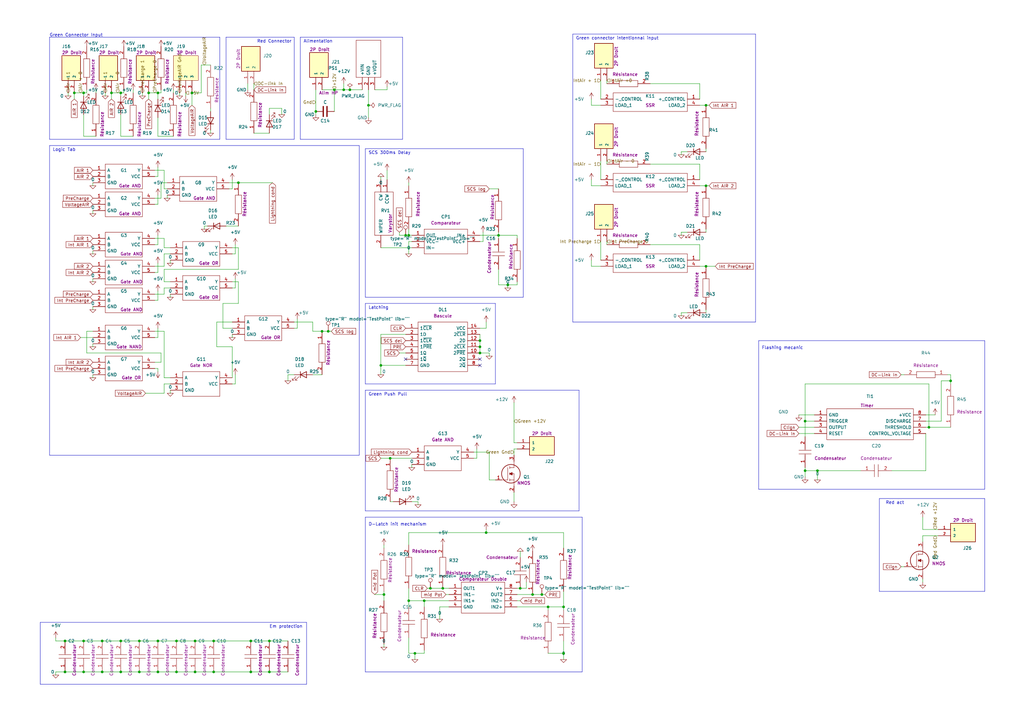
<source format=kicad_sch>
(kicad_sch (version 20230121) (generator eeschema)
  (paper "A3")
  (junction (at 49.53 275.59))
  (junction (at 87.63 275.59))
  (junction (at 335.28 193.04))
  (junction (at 134.62 135.89))
  (junction (at 166.37 96.52))
  (junction (at 167.64 246.38))
  (junction (at 289.56 109.22))
  (junction (at 87.63 262.89))
  (junction (at 80.01 275.59))
  (junction (at 41.91 262.89))
  (junction (at 218.44 243.84))
  (junction (at 102.87 262.89))
  (junction (at 137.16 36.83))
  (junction (at 57.15 275.59))
  (junction (at 208.28 116.84))
  (junction (at 160.02 187.96))
  (junction (at 45.72 38.1))
  (junction (at 34.29 262.89))
  (junction (at 381 175.26))
  (junction (at 289.56 76.2))
  (junction (at 167.64 96.52))
  (junction (at 30.48 38.1))
  (junction (at 199.39 218.44))
  (junction (at 110.49 275.59))
  (junction (at 72.39 275.59))
  (junction (at 140.97 36.83))
  (junction (at 64.77 38.1))
  (junction (at 289.56 43.18))
  (junction (at 26.67 262.89))
  (junction (at 110.49 262.89))
  (junction (at 97.79 74.93))
  (junction (at 129.54 45.72))
  (junction (at 231.14 267.97))
  (junction (at 196.85 142.24))
  (junction (at 224.79 248.92))
  (junction (at 156.21 149.86))
  (junction (at 57.15 262.89))
  (junction (at 26.67 275.59))
  (junction (at 151.13 43.18))
  (junction (at 196.85 139.7))
  (junction (at 170.18 267.97))
  (junction (at 49.53 38.1))
  (junction (at 143.51 36.83))
  (junction (at 41.91 275.59))
  (junction (at 78.74 38.1))
  (junction (at 196.85 144.78))
  (junction (at 231.14 248.92))
  (junction (at 173.99 246.38))
  (junction (at 213.36 241.3))
  (junction (at 330.2 172.72))
  (junction (at 64.77 275.59))
  (junction (at 389.89 156.21))
  (junction (at 102.87 275.59))
  (junction (at 80.01 262.89))
  (junction (at 222.25 243.84))
  (junction (at 204.47 96.52))
  (junction (at 176.53 241.3))
  (junction (at 72.39 262.89))
  (junction (at 157.48 243.84))
  (junction (at 64.77 262.89))
  (junction (at 60.96 38.1))
  (junction (at 34.29 275.59))
  (junction (at 132.08 135.89))
  (junction (at 49.53 262.89))
  (junction (at 181.61 241.3))
  (junction (at 330.2 193.04))
  (junction (at 34.29 38.1))
  (no_connect (at 196.85 147.32))
  (no_connect (at 196.85 149.86))
  (no_connect (at 166.37 147.32))
  (wire (pts (xy 63.5 81.28) (xy 66.04 81.28)))
  (wire (pts (xy 212.09 116.84) (xy 208.28 116.84)))
  (wire (pts (xy 38.1 114.3) (xy 38.1 115.57)))
  (wire (pts (xy 86.36 26.67) (xy 82.55 26.67)))
  (wire (pts (xy 87.63 275.59) (xy 102.87 275.59)))
  (wire (pts (xy 330.2 157.48) (xy 330.2 172.72)))
  (wire (pts (xy 182.88 243.84) (xy 184.15 243.84)))
  (wire (pts (xy 224.79 267.97) (xy 231.14 267.97)))
  (wire (pts (xy 223.52 243.84) (xy 222.25 243.84)))
  (wire (pts (xy 330.2 191.77) (xy 330.2 193.04)))
  (wire (pts (xy 173.99 246.38) (xy 173.99 248.92)))
  (wire (pts (xy 67.31 109.22) (xy 67.31 104.14)))
  (wire (pts (xy 58.42 38.1) (xy 58.42 39.37)))
  (wire (pts (xy 78.74 38.1) (xy 78.74 43.18)))
  (wire (pts (xy 88.9 132.08) (xy 88.9 142.24)))
  (wire (pts (xy 231.14 242.57) (xy 231.14 248.92)))
  (wire (pts (xy 168.91 99.06) (xy 167.64 99.06)))
  (wire (pts (xy 195.58 184.15) (xy 195.58 187.96)))
  (wire (pts (xy 97.79 101.6) (xy 97.79 110.49)))
  (wire (pts (xy 50.8 36.83) (xy 50.8 38.1)))
  (wire (pts (xy 80.01 275.59) (xy 87.63 275.59)))
  (wire (pts (xy 204.47 96.52) (xy 204.47 97.79)))
  (wire (pts (xy 76.2 38.1) (xy 76.2 39.37)))
  (wire (pts (xy 34.29 38.1) (xy 35.56 38.1)))
  (wire (pts (xy 95.25 101.6) (xy 97.79 101.6)))
  (wire (pts (xy 210.82 201.93) (xy 210.82 205.74)))
  (wire (pts (xy 330.2 172.72) (xy 330.2 179.07)))
  (wire (pts (xy 91.44 134.62) (xy 95.25 134.62)))
  (polyline (pts (xy 165.1 15.24) (xy 123.19 15.24)))
  (wire (pts (xy 102.87 262.89) (xy 110.49 262.89)))
  (wire (pts (xy 143.51 36.83) (xy 148.59 36.83)))
  (wire (pts (xy 128.27 153.67) (xy 132.08 153.67)))
  (wire (pts (xy 287.02 76.2) (xy 289.56 76.2)))
  (wire (pts (xy 97.79 124.46) (xy 91.44 124.46)))
  (wire (pts (xy 212.09 115.57) (xy 212.09 116.84)))
  (wire (pts (xy 82.55 38.1) (xy 78.74 38.1)))
  (polyline (pts (xy 123.19 57.15) (xy 165.1 57.15)))
  (polyline (pts (xy 149.86 160.02) (xy 237.49 160.02)))
  (wire (pts (xy 67.31 115.57) (xy 69.85 115.57)))
  (polyline (pts (xy 92.71 15.24) (xy 92.71 57.15)))
  (wire (pts (xy 67.31 118.11) (xy 67.31 120.65)))
  (wire (pts (xy 379.73 170.18) (xy 383.54 170.18)))
  (wire (pts (xy 196.85 99.06) (xy 198.12 99.06)))
  (wire (pts (xy 35.56 135.89) (xy 35.56 144.78)))
  (wire (pts (xy 132.08 36.83) (xy 137.16 36.83)))
  (wire (pts (xy 67.31 154.94) (xy 69.85 154.94)))
  (wire (pts (xy 166.37 96.52) (xy 167.64 96.52)))
  (polyline (pts (xy 149.86 124.46) (xy 203.2 124.46)))
  (wire (pts (xy 176.53 241.3) (xy 181.61 241.3)))
  (polyline (pts (xy 20.32 15.24) (xy 90.17 15.24)))
  (wire (pts (xy 212.09 248.92) (xy 224.79 248.92)))
  (wire (pts (xy 248.92 34.29) (xy 248.92 33.02)))
  (polyline (pts (xy 149.86 60.96) (xy 214.63 60.96)))
  (wire (pts (xy 34.29 275.59) (xy 26.67 275.59)))
  (wire (pts (xy 163.83 144.78) (xy 166.37 144.78)))
  (polyline (pts (xy 237.49 160.02) (xy 237.49 209.55)))
  (wire (pts (xy 95.25 154.94) (xy 95.25 142.24)))
  (wire (pts (xy 204.47 95.25) (xy 204.47 96.52)))
  (wire (pts (xy 67.31 101.6) (xy 69.85 101.6)))
  (wire (pts (xy 64.77 275.59) (xy 72.39 275.59)))
  (wire (pts (xy 26.67 275.59) (xy 22.86 275.59)))
  (wire (pts (xy 213.36 226.06) (xy 213.36 228.6)))
  (wire (pts (xy 218.44 243.84) (xy 212.09 243.84)))
  (polyline (pts (xy 120.65 15.24) (xy 120.65 57.15)))
  (wire (pts (xy 93.98 77.47) (xy 95.25 77.47)))
  (polyline (pts (xy 20.32 57.15) (xy 20.32 15.24)))
  (wire (pts (xy 27.94 38.1) (xy 27.94 39.37)))
  (wire (pts (xy 327.66 170.18) (xy 334.01 170.18)))
  (wire (pts (xy 213.36 246.38) (xy 212.09 246.38)))
  (wire (pts (xy 287.02 43.18) (xy 289.56 43.18)))
  (wire (pts (xy 54.61 55.88) (xy 49.53 55.88)))
  (wire (pts (xy 66.04 144.78) (xy 35.56 144.78)))
  (wire (pts (xy 370.84 153.67) (xy 369.57 153.67)))
  (wire (pts (xy 212.09 96.52) (xy 204.47 96.52)))
  (wire (pts (xy 128.27 132.08) (xy 128.27 135.89)))
  (wire (pts (xy 156.21 73.66) (xy 156.21 72.39)))
  (wire (pts (xy 248.92 100.33) (xy 248.92 99.06)))
  (wire (pts (xy 287.02 40.64) (xy 287.02 34.29)))
  (wire (pts (xy 231.14 262.89) (xy 231.14 267.97)))
  (wire (pts (xy 196.85 144.78) (xy 200.66 144.78)))
  (wire (pts (xy 379.73 175.26) (xy 381 175.26)))
  (wire (pts (xy 137.16 36.83) (xy 140.97 36.83)))
  (wire (pts (xy 378.46 237.49) (xy 378.46 238.76)))
  (wire (pts (xy 45.72 38.1) (xy 49.53 38.1)))
  (wire (pts (xy 266.7 100.33) (xy 287.02 100.33)))
  (wire (pts (xy 287.02 109.22) (xy 289.56 109.22)))
  (wire (pts (xy 170.18 267.97) (xy 173.99 267.97)))
  (wire (pts (xy 266.7 67.31) (xy 287.02 67.31)))
  (wire (pts (xy 110.49 46.99) (xy 110.49 44.45)))
  (wire (pts (xy 97.79 110.49) (xy 67.31 110.49)))
  (polyline (pts (xy 165.1 57.15) (xy 165.1 15.24)))
  (polyline (pts (xy 92.71 15.24) (xy 120.65 15.24)))
  (wire (pts (xy 242.57 73.66) (xy 242.57 76.2)))
  (wire (pts (xy 140.97 34.29) (xy 140.97 36.83)))
  (wire (pts (xy 34.29 46.99) (xy 34.29 55.88)))
  (wire (pts (xy 151.13 36.83) (xy 151.13 43.18)))
  (wire (pts (xy 330.2 172.72) (xy 334.01 172.72)))
  (wire (pts (xy 121.92 130.81) (xy 121.92 134.62)))
  (wire (pts (xy 72.39 262.89) (xy 80.01 262.89)))
  (wire (pts (xy 95.25 118.11) (xy 96.52 118.11)))
  (wire (pts (xy 30.48 38.1) (xy 30.48 40.64)))
  (wire (pts (xy 71.12 36.83) (xy 71.12 38.1)))
  (wire (pts (xy 67.31 104.14) (xy 69.85 104.14)))
  (wire (pts (xy 170.18 267.97) (xy 170.18 270.51)))
  (wire (pts (xy 224.79 248.92) (xy 231.14 248.92)))
  (wire (pts (xy 248.92 67.31) (xy 248.92 66.04)))
  (polyline (pts (xy 234.95 13.97) (xy 309.88 13.97)))
  (wire (pts (xy 64.77 55.88) (xy 64.77 48.26)))
  (wire (pts (xy 208.28 116.84) (xy 204.47 116.84)))
  (wire (pts (xy 381 175.26) (xy 389.89 175.26)))
  (wire (pts (xy 378.46 219.71) (xy 384.81 219.71)))
  (polyline (pts (xy 311.15 200.66) (xy 311.15 139.7)))
  (polyline (pts (xy 309.88 132.08) (xy 234.95 132.08)))
  (wire (pts (xy 69.85 160.02) (xy 69.85 161.29)))
  (wire (pts (xy 41.91 262.89) (xy 49.53 262.89)))
  (wire (pts (xy 167.64 93.98) (xy 167.64 96.52)))
  (wire (pts (xy 39.37 55.88) (xy 34.29 55.88)))
  (wire (pts (xy 210.82 165.1) (xy 210.82 181.61)))
  (wire (pts (xy 134.62 135.89) (xy 135.89 135.89)))
  (wire (pts (xy 379.73 193.04) (xy 365.76 193.04)))
  (wire (pts (xy 34.29 262.89) (xy 41.91 262.89)))
  (wire (pts (xy 128.27 135.89) (xy 132.08 135.89)))
  (polyline (pts (xy 16.51 255.27) (xy 125.73 255.27)))
  (wire (pts (xy 73.66 38.1) (xy 73.66 39.37)))
  (wire (pts (xy 160.02 205.74) (xy 161.29 205.74)))
  (wire (pts (xy 140.97 36.83) (xy 143.51 36.83)))
  (polyline (pts (xy 125.73 280.67) (xy 16.51 280.67)))
  (wire (pts (xy 63.5 151.13) (xy 64.77 151.13)))
  (wire (pts (xy 110.49 275.59) (xy 102.87 275.59)))
  (wire (pts (xy 156.21 149.86) (xy 156.21 153.67)))
  (polyline (pts (xy 147.32 186.69) (xy 20.32 186.69)))
  (polyline (pts (xy 403.86 200.66) (xy 311.15 200.66)))
  (wire (pts (xy 57.15 275.59) (xy 49.53 275.59)))
  (polyline (pts (xy 16.51 255.27) (xy 16.51 280.67)))
  (wire (pts (xy 88.9 132.08) (xy 95.25 132.08)))
  (wire (pts (xy 212.09 241.3) (xy 213.36 241.3)))
  (wire (pts (xy 246.38 99.06) (xy 246.38 106.68)))
  (wire (pts (xy 279.4 95.25) (xy 279.4 96.52)))
  (wire (pts (xy 289.56 109.22) (xy 293.37 109.22)))
  (wire (pts (xy 66.04 74.93) (xy 68.58 74.93)))
  (wire (pts (xy 129.54 46.99) (xy 129.54 45.72)))
  (wire (pts (xy 208.28 116.84) (xy 208.28 118.11)))
  (wire (pts (xy 67.31 157.48) (xy 67.31 161.29)))
  (wire (pts (xy 95.25 157.48) (xy 96.52 157.48)))
  (wire (pts (xy 378.46 219.71) (xy 378.46 222.25)))
  (polyline (pts (xy 123.19 15.24) (xy 123.19 57.15)))
  (wire (pts (xy 157.48 223.52) (xy 157.48 224.79)))
  (wire (pts (xy 64.77 80.01) (xy 64.77 83.82)))
  (polyline (pts (xy 403.86 204.47) (xy 403.86 242.57)))
  (wire (pts (xy 199.39 218.44) (xy 231.14 218.44)))
  (polyline (pts (xy 403.86 139.7) (xy 403.86 200.66)))
  (wire (pts (xy 66.04 74.93) (xy 66.04 81.28)))
  (wire (pts (xy 95.25 137.16) (xy 95.25 138.43)))
  (wire (pts (xy 246.38 76.2) (xy 242.57 76.2)))
  (wire (pts (xy 63.5 97.79) (xy 67.31 97.79)))
  (wire (pts (xy 35.56 135.89) (xy 38.1 135.89)))
  (wire (pts (xy 66.04 148.59) (xy 66.04 144.78)))
  (wire (pts (xy 63.5 100.33) (xy 64.77 100.33)))
  (wire (pts (xy 91.44 124.46) (xy 91.44 134.62)))
  (wire (pts (xy 157.48 242.57) (xy 157.48 243.84)))
  (wire (pts (xy 60.96 38.1) (xy 64.77 38.1)))
  (wire (pts (xy 194.31 187.96) (xy 195.58 187.96)))
  (wire (pts (xy 242.57 106.68) (xy 242.57 109.22)))
  (wire (pts (xy 64.77 119.38) (xy 64.77 123.19)))
  (wire (pts (xy 110.49 262.89) (xy 118.11 262.89)))
  (wire (pts (xy 132.08 135.89) (xy 134.62 135.89)))
  (wire (pts (xy 110.49 44.45) (xy 115.57 44.45)))
  (wire (pts (xy 38.1 86.36) (xy 38.1 87.63)))
  (wire (pts (xy 175.26 241.3) (xy 176.53 241.3)))
  (wire (pts (xy 87.63 262.89) (xy 102.87 262.89)))
  (polyline (pts (xy 203.2 124.46) (xy 203.2 157.48)))
  (wire (pts (xy 96.52 153.67) (xy 96.52 157.48)))
  (wire (pts (xy 60.96 38.1) (xy 60.96 40.64)))
  (wire (pts (xy 389.89 153.67) (xy 389.89 156.21)))
  (wire (pts (xy 34.29 38.1) (xy 34.29 39.37)))
  (wire (pts (xy 96.52 100.33) (xy 96.52 104.14)))
  (wire (pts (xy 63.5 83.82) (xy 64.77 83.82)))
  (polyline (pts (xy 149.86 212.09) (xy 238.76 212.09)))
  (wire (pts (xy 63.5 120.65) (xy 67.31 120.65)))
  (wire (pts (xy 212.09 181.61) (xy 210.82 181.61)))
  (wire (pts (xy 167.64 218.44) (xy 199.39 218.44)))
  (wire (pts (xy 224.79 248.92) (xy 224.79 250.19)))
  (polyline (pts (xy 234.95 13.97) (xy 234.95 132.08)))
  (wire (pts (xy 384.81 217.17) (xy 378.46 217.17)))
  (wire (pts (xy 63.5 148.59) (xy 66.04 148.59)))
  (wire (pts (xy 67.31 135.89) (xy 67.31 154.94)))
  (wire (pts (xy 104.14 34.29) (xy 104.14 36.83)))
  (wire (pts (xy 167.64 267.97) (xy 170.18 267.97)))
  (wire (pts (xy 67.31 69.85) (xy 67.31 77.47)))
  (wire (pts (xy 379.73 177.8) (xy 379.73 193.04)))
  (polyline (pts (xy 238.76 275.59) (xy 149.86 275.59)))
  (wire (pts (xy 38.1 153.67) (xy 38.1 154.94)))
  (wire (pts (xy 35.56 36.83) (xy 35.56 38.1)))
  (wire (pts (xy 196.85 142.24) (xy 196.85 144.78)))
  (wire (pts (xy 120.65 134.62) (xy 121.92 134.62)))
  (wire (pts (xy 246.38 66.04) (xy 246.38 73.66)))
  (wire (pts (xy 64.77 152.4) (xy 64.77 151.13)))
  (wire (pts (xy 59.69 161.29) (xy 67.31 161.29)))
  (polyline (pts (xy 149.86 160.02) (xy 149.86 209.55)))
  (wire (pts (xy 85.09 92.71) (xy 83.82 92.71)))
  (wire (pts (xy 289.56 76.2) (xy 290.83 76.2)))
  (wire (pts (xy 49.53 275.59) (xy 41.91 275.59)))
  (polyline (pts (xy 149.86 60.96) (xy 149.86 121.92)))
  (wire (pts (xy 287.02 73.66) (xy 287.02 67.31)))
  (wire (pts (xy 67.31 97.79) (xy 67.31 101.6)))
  (wire (pts (xy 64.77 134.62) (xy 64.77 138.43)))
  (wire (pts (xy 137.16 36.83) (xy 137.16 45.72)))
  (polyline (pts (xy 149.86 275.59) (xy 149.86 212.09)))
  (wire (pts (xy 64.77 96.52) (xy 64.77 100.33)))
  (wire (pts (xy 43.18 38.1) (xy 43.18 39.37)))
  (wire (pts (xy 289.56 127) (xy 289.56 128.27)))
  (wire (pts (xy 204.47 110.49) (xy 204.47 116.84)))
  (wire (pts (xy 389.89 153.67) (xy 388.62 153.67)))
  (polyline (pts (xy 311.15 139.7) (xy 403.86 139.7)))
  (wire (pts (xy 198.12 95.25) (xy 198.12 99.06)))
  (wire (pts (xy 171.45 205.74) (xy 171.45 207.01)))
  (wire (pts (xy 63.5 111.76) (xy 64.77 111.76)))
  (polyline (pts (xy 149.86 121.92) (xy 214.63 121.92)))
  (wire (pts (xy 196.85 139.7) (xy 196.85 142.24)))
  (wire (pts (xy 95.25 142.24) (xy 88.9 142.24)))
  (wire (pts (xy 386.08 156.21) (xy 386.08 172.72)))
  (wire (pts (xy 38.1 125.73) (xy 38.1 127)))
  (wire (pts (xy 49.53 38.1) (xy 49.53 39.37)))
  (wire (pts (xy 22.86 261.62) (xy 22.86 262.89)))
  (wire (pts (xy 54.61 36.83) (xy 54.61 38.1)))
  (wire (pts (xy 287.02 106.68) (xy 287.02 100.33)))
  (wire (pts (xy 97.79 115.57) (xy 97.79 124.46)))
  (wire (pts (xy 82.55 26.67) (xy 82.55 38.1)))
  (wire (pts (xy 101.6 34.29) (xy 101.6 36.83)))
  (wire (pts (xy 26.67 262.89) (xy 34.29 262.89)))
  (wire (pts (xy 104.14 54.61) (xy 110.49 54.61)))
  (wire (pts (xy 163.83 96.52) (xy 163.83 95.25)))
  (wire (pts (xy 38.1 102.87) (xy 38.1 104.14)))
  (wire (pts (xy 80.01 262.89) (xy 87.63 262.89)))
  (wire (pts (xy 68.58 80.01) (xy 68.58 81.28)))
  (polyline (pts (xy 149.86 124.46) (xy 149.86 157.48)))
  (wire (pts (xy 330.2 193.04) (xy 335.28 193.04)))
  (polyline (pts (xy 237.49 209.55) (xy 149.86 209.55)))
  (polyline (pts (xy 90.17 15.24) (xy 90.17 57.15)))
  (wire (pts (xy 381 175.26) (xy 381 157.48)))
  (wire (pts (xy 379.73 172.72) (xy 386.08 172.72)))
  (polyline (pts (xy 309.88 13.97) (xy 309.88 132.08)))
  (wire (pts (xy 86.36 44.45) (xy 86.36 45.72)))
  (wire (pts (xy 156.21 149.86) (xy 166.37 149.86)))
  (wire (pts (xy 115.57 44.45) (xy 115.57 46.99)))
  (wire (pts (xy 69.85 118.11) (xy 67.31 118.11)))
  (wire (pts (xy 194.31 185.42) (xy 200.66 185.42)))
  (polyline (pts (xy 238.76 212.09) (xy 238.76 275.59)))
  (wire (pts (xy 95.25 115.57) (xy 97.79 115.57)))
  (wire (pts (xy 64.77 68.58) (xy 64.77 72.39)))
  (wire (pts (xy 266.7 34.29) (xy 287.02 34.29)))
  (wire (pts (xy 231.14 218.44) (xy 231.14 224.79)))
  (polyline (pts (xy 120.65 57.15) (xy 92.71 57.15)))
  (wire (pts (xy 118.11 275.59) (xy 110.49 275.59)))
  (wire (pts (xy 49.53 55.88) (xy 49.53 46.99)))
  (wire (pts (xy 41.91 275.59) (xy 34.29 275.59)))
  (wire (pts (xy 151.13 43.18) (xy 151.13 48.26)))
  (wire (pts (xy 158.75 69.85) (xy 158.75 73.66)))
  (wire (pts (xy 213.36 241.3) (xy 215.9 241.3)))
  (wire (pts (xy 66.04 36.83) (xy 66.04 38.1)))
  (wire (pts (xy 180.34 248.92) (xy 184.15 248.92)))
  (wire (pts (xy 231.14 267.97) (xy 231.14 270.51)))
  (wire (pts (xy 215.9 241.3) (xy 215.9 238.76)))
  (wire (pts (xy 30.48 38.1) (xy 34.29 38.1)))
  (wire (pts (xy 67.31 77.47) (xy 68.58 77.47)))
  (wire (pts (xy 196.85 96.52) (xy 204.47 96.52)))
  (wire (pts (xy 199.39 217.17) (xy 199.39 218.44)))
  (wire (pts (xy 242.57 40.64) (xy 242.57 43.18)))
  (wire (pts (xy 327.66 177.8) (xy 334.01 177.8)))
  (wire (pts (xy 200.66 185.42) (xy 200.66 196.85)))
  (polyline (pts (xy 147.32 59.69) (xy 147.32 186.69)))
  (wire (pts (xy 246.38 33.02) (xy 246.38 40.64)))
  (wire (pts (xy 330.2 193.04) (xy 330.2 195.58)))
  (wire (pts (xy 63.5 109.22) (xy 67.31 109.22)))
  (wire (pts (xy 281.94 128.27) (xy 279.4 128.27)))
  (wire (pts (xy 167.64 241.3) (xy 167.64 246.38)))
  (wire (pts (xy 222.25 243.84) (xy 218.44 243.84)))
  (wire (pts (xy 95.25 73.66) (xy 95.25 77.47)))
  (wire (pts (xy 279.4 62.23) (xy 279.4 63.5)))
  (wire (pts (xy 327.66 175.26) (xy 334.01 175.26)))
  (wire (pts (xy 63.5 138.43) (xy 64.77 138.43)))
  (wire (pts (xy 83.82 92.71) (xy 83.82 93.98)))
  (wire (pts (xy 120.65 132.08) (xy 128.27 132.08)))
  (wire (pts (xy 95.25 104.14) (xy 96.52 104.14)))
  (polyline (pts (xy 203.2 157.48) (xy 149.86 157.48)))
  (wire (pts (xy 167.64 218.44) (xy 167.64 223.52)))
  (wire (pts (xy 160.02 187.96) (xy 168.91 187.96)))
  (wire (pts (xy 246.38 109.22) (xy 242.57 109.22)))
  (wire (pts (xy 156.21 187.96) (xy 160.02 187.96)))
  (wire (pts (xy 120.65 153.67) (xy 118.11 153.67)))
  (wire (pts (xy 168.91 205.74) (xy 171.45 205.74)))
  (wire (pts (xy 158.75 35.56) (xy 158.75 36.83)))
  (wire (pts (xy 39.37 36.83) (xy 39.37 38.1)))
  (wire (pts (xy 64.77 38.1) (xy 64.77 40.64)))
  (wire (pts (xy 64.77 38.1) (xy 66.04 38.1)))
  (wire (pts (xy 156.21 101.6) (xy 168.91 101.6)))
  (wire (pts (xy 167.64 96.52) (xy 168.91 96.52)))
  (wire (pts (xy 167.64 99.06) (xy 167.64 104.14)))
  (wire (pts (xy 181.61 241.3) (xy 184.15 241.3)))
  (wire (pts (xy 200.66 146.05) (xy 200.66 144.78)))
  (wire (pts (xy 210.82 184.15) (xy 212.09 184.15)))
  (polyline (pts (xy 20.32 59.69) (xy 147.32 59.69)))
  (wire (pts (xy 156.21 137.16) (xy 156.21 149.86)))
  (wire (pts (xy 69.85 120.65) (xy 69.85 121.92)))
  (wire (pts (xy 167.64 246.38) (xy 173.99 246.38)))
  (wire (pts (xy 389.89 156.21) (xy 386.08 156.21)))
  (wire (pts (xy 38.1 74.93) (xy 38.1 76.2)))
  (wire (pts (xy 180.34 254) (xy 180.34 248.92)))
  (wire (pts (xy 369.57 232.41) (xy 370.84 232.41)))
  (wire (pts (xy 64.77 262.89) (xy 72.39 262.89)))
  (wire (pts (xy 129.54 36.83) (xy 129.54 45.72)))
  (wire (pts (xy 157.48 243.84) (xy 153.67 243.84)))
  (wire (pts (xy 153.67 36.83) (xy 158.75 36.83)))
  (wire (pts (xy 173.99 246.38) (xy 184.15 246.38)))
  (wire (pts (xy 33.02 138.43) (xy 38.1 138.43)))
  (wire (pts (xy 157.48 243.84) (xy 157.48 246.38)))
  (wire (pts (xy 92.71 92.71) (xy 97.79 92.71)))
  (wire (pts (xy 289.56 93.98) (xy 289.56 95.25)))
  (wire (pts (xy 378.46 212.09) (xy 378.46 217.17)))
  (wire (pts (xy 173.99 266.7) (xy 173.99 267.97)))
  (wire (pts (xy 196.85 134.62) (xy 199.39 134.62)))
  (wire (pts (xy 389.89 156.21) (xy 389.89 157.48)))
  (wire (pts (xy 196.85 137.16) (xy 196.85 139.7)))
  (wire (pts (xy 167.64 74.93) (xy 167.64 76.2)))
  (wire (pts (xy 93.98 74.93) (xy 97.79 74.93)))
  (wire (pts (xy 57.15 262.89) (xy 64.77 262.89)))
  (wire (pts (xy 64.77 107.95) (xy 64.77 111.76)))
  (wire (pts (xy 64.77 275.59) (xy 57.15 275.59)))
  (wire (pts (xy 96.52 114.3) (xy 96.52 118.11)))
  (wire (pts (xy 72.39 275.59) (xy 80.01 275.59)))
  (wire (pts (xy 335.28 193.04) (xy 353.06 193.04)))
  (wire (pts (xy 71.12 55.88) (xy 64.77 55.88)))
  (wire (pts (xy 49.53 38.1) (xy 50.8 38.1)))
  (polyline (pts (xy 403.86 242.57) (xy 360.68 242.57)))
  (wire (pts (xy 63.5 123.19) (xy 64.77 123.19)))
  (wire (pts (xy 210.82 184.15) (xy 210.82 186.69)))
  (polyline (pts (xy 360.68 204.47) (xy 403.86 204.47)))
  (polyline (pts (xy 360.68 242.57) (xy 360.68 204.47)))
  (wire (pts (xy 167.64 261.62) (xy 167.64 267.97)))
  (wire (pts (xy 63.5 69.85) (xy 67.31 69.85)))
  (wire (pts (xy 63.5 72.39) (xy 64.77 72.39)))
  (wire (pts (xy 22.86 275.59) (xy 22.86 276.86)))
  (wire (pts (xy 330.2 157.48) (xy 381 157.48)))
  (polyline (pts (xy 214.63 121.92) (xy 214.63 60.96)))
  (wire (pts (xy 289.56 43.18) (xy 290.83 43.18)))
  (polyline (pts (xy 20.32 59.69) (xy 20.32 186.69)))
  (wire (pts (xy 212.09 97.79) (xy 212.09 96.52)))
  (wire (pts (xy 167.64 246.38) (xy 167.64 248.92)))
  (wire (pts (xy 69.85 106.68) (xy 69.85 107.95)))
  (wire (pts (xy 38.1 140.97) (xy 38.1 142.24)))
  (wire (pts (xy 63.5 135.89) (xy 67.31 135.89)))
  (wire (pts (xy 281.94 95.25) (xy 279.4 95.25)))
  (wire (pts (xy 200.66 196.85) (xy 203.2 196.85)))
  (wire (pts (xy 157.48 264.16) (xy 157.48 265.43)))
  (wire (pts (xy 279.4 128.27) (xy 279.4 129.54)))
  (wire (pts (xy 335.28 193.04) (xy 335.28 196.85)))
  (wire (pts (xy 97.79 74.93) (xy 111.76 74.93)))
  (wire (pts (xy 118.11 153.67) (xy 118.11 156.21)))
  (wire (pts (xy 166.37 137.16) (xy 156.21 137.16)))
  (wire (pts (xy 168.91 190.5) (xy 168.91 191.77)))
  (wire (pts (xy 22.86 262.89) (xy 26.67 262.89)))
  (wire (pts (xy 231.14 248.92) (xy 231.14 250.19)))
  (polyline (pts (xy 125.73 255.27) (xy 125.73 280.67)))
  (wire (pts (xy 69.85 157.48) (xy 67.31 157.48)))
  (wire (pts (xy 281.94 62.23) (xy 279.4 62.23)))
  (wire (pts (xy 289.56 60.96) (xy 289.56 62.23)))
  (wire (pts (xy 163.83 96.52) (xy 166.37 96.52)))
  (wire (pts (xy 45.72 38.1) (xy 45.72 40.64)))
  (wire (pts (xy 200.66 77.47) (xy 204.47 77.47)))
  (polyline (pts (xy 90.17 57.15) (xy 20.32 57.15)))
  (wire (pts (xy 199.39 132.08) (xy 199.39 134.62)))
  (wire (pts (xy 86.36 53.34) (xy 86.36 54.61)))
  (wire (pts (xy 67.31 110.49) (xy 67.31 115.57)))
  (wire (pts (xy 49.53 262.89) (xy 57.15 262.89)))
  (wire (pts (xy 246.38 43.18) (xy 242.57 43.18)))
  (text "Green Push Pull\n" (at 151.13 162.56 0) (effects (font (size 1.27 1.27)) (justify left bottom)))
  (text "Red Connector\n" (at 105.41 17.78 0) (effects (font (size 1.27 1.27)) (justify left bottom)))
  (text "Flashing mecanic\n" (at 312.42 143.51 0) (effects (font (size 1.27 1.27)) (justify left bottom)))
  (text "Green Connector Input" (at 20.32 15.24 0) (effects (font (size 1.27 1.27)) (justify left bottom)))
  (text "Latching" (at 151.13 127 0) (effects (font (size 1.27 1.27)) (justify left bottom)))
  (text "Em protection" (at 110.49 257.81 0) (effects (font (size 1.27 1.27)) (justify left bottom)))
  (text "Green connector intentionnal input" (at 236.22 16.51 0) (effects (font (size 1.27 1.27)) (justify left bottom)))
  (text "Alimentation\n" (at 124.46 17.78 0) (effects (font (size 1.27 1.27)) (justify left bottom)))
  (text "Red act" (at 363.22 207.01 0) (effects (font (size 1.27 1.27)) (justify left bottom)))
  (text "Logic Tab" (at 21.59 62.23 0) (effects (font (size 1.27 1.27)) (justify left bottom)))
  (text "SCS 300ms Delay\n" (at 151.13 63.5 0) (effects (font (size 1.27 1.27)) (justify left bottom)))
  (text "D-Latch init mechanism" (at 151.13 215.9 0) (effects (font (size 1.27 1.27)) (justify left bottom)))
  (global_label "Int AIR 2" (shape input) (at 38.1 148.59 180) (property "Intersheetrefs" "${INTERSHEET_REFS}" (effects hide)))
  (global_label "mid Pot" (shape input) (at 153.67 243.84 90) (property "Intersheetrefs" "${INTERSHEET_REFS}" (effects hide)))
  (global_label "SCS del" (shape input) (at 163.83 95.25 90) (property "Intersheetrefs" "${INTERSHEET_REFS}" (effects hide)))
  (global_label "Int PreCharge" (shape input) (at 293.37 109.22 0) (property "Intersheetrefs" "${INTERSHEET_REFS}" (effects hide)))
  (global_label "mid Pot" (shape input) (at 182.88 243.84 180) (property "Intersheetrefs" "${INTERSHEET_REFS}" (effects hide)))
  (global_label "VoltageAIR" (shape input) (at 38.1 83.82 180) (property "Intersheetrefs" "${INTERSHEET_REFS}" (effects hide)))
  (global_label "AIR 1" (shape input) (at 38.1 69.85 180) (property "Intersheetrefs" "${INTERSHEET_REFS}" (effects hide)))
  (global_label "Clign" (shape input) (at 327.66 175.26 180) (property "Intersheetrefs" "${INTERSHEET_REFS}" (effects hide)))
  (global_label "CLR" (shape input) (at 166.37 134.62 180) (property "Intersheetrefs" "${INTERSHEET_REFS}" (effects hide)))
  (global_label "SCS" (shape input) (at 163.83 144.78 180) (property "Intersheetrefs" "${INTERSHEET_REFS}" (effects hide)))
  (global_label "Int PreCharge" (shape input) (at 38.1 123.19 180) (property "Intersheetrefs" "${INTERSHEET_REFS}" (effects hide)))
  (global_label "mid Pot" (shape input) (at 213.36 246.38 0) (property "Intersheetrefs" "${INTERSHEET_REFS}" (effects hide)))
  (global_label "Lightning cond" (shape input) (at 111.76 74.93 270) (property "Intersheetrefs" "${INTERSHEET_REFS}" (effects hide)))
  (global_label "DC-Link In" (shape input) (at 327.66 177.8 180) (property "Intersheetrefs" "${INTERSHEET_REFS}" (effects hide)))
  (global_label "SCS" (shape input) (at 156.21 187.96 180) (property "Intersheetrefs" "${INTERSHEET_REFS}" (effects hide)))
  (global_label "AIR 1" (shape input) (at 38.1 97.79 180) (property "Intersheetrefs" "${INTERSHEET_REFS}" (effects hide)))
  (global_label "Clign" (shape input) (at 369.57 232.41 180) (property "Intersheetrefs" "${INTERSHEET_REFS}" (effects hide)))
  (global_label "DC-Link In" (shape input) (at 369.57 153.67 180) (property "Intersheetrefs" "${INTERSHEET_REFS}" (effects hide)))
  (global_label "AIR 2" (shape input) (at 38.1 109.22 180) (property "Intersheetrefs" "${INTERSHEET_REFS}" (effects hide)))
  (global_label "AIR 1" (shape input) (at 30.48 40.64 270) (property "Intersheetrefs" "${INTERSHEET_REFS}" (effects hide)))
  (global_label "PreCharge" (shape input) (at 38.1 81.28 180) (property "Intersheetrefs" "${INTERSHEET_REFS}" (effects hide)))
  (global_label "PreCharge" (shape input) (at 60.96 40.64 270) (property "Intersheetrefs" "${INTERSHEET_REFS}" (effects hide)))
  (global_label "SCS log" (shape input) (at 200.66 77.47 180) (property "Intersheetrefs" "${INTERSHEET_REFS}" (effects hide)))
  (global_label "Int AIR 2" (shape input) (at 290.83 76.2 0) (property "Intersheetrefs" "${INTERSHEET_REFS}" (effects hide)))
  (global_label "CLR" (shape input) (at 175.26 241.3 180) (property "Intersheetrefs" "${INTERSHEET_REFS}" (effects hide)))
  (global_label "Int AIR 1" (shape input) (at 38.1 100.33 180) (property "Intersheetrefs" "${INTERSHEET_REFS}" (effects hide)))
  (global_label "PreCharge" (shape input) (at 38.1 120.65 180) (property "Intersheetrefs" "${INTERSHEET_REFS}" (effects hide)))
  (global_label "AIR 2" (shape input) (at 45.72 40.64 270) (property "Intersheetrefs" "${INTERSHEET_REFS}" (effects hide)))
  (global_label "Lightning cond" (shape input) (at 168.91 185.42 180) (property "Intersheetrefs" "${INTERSHEET_REFS}" (effects hide)))
  (global_label "PRE" (shape input) (at 166.37 142.24 180) (property "Intersheetrefs" "${INTERSHEET_REFS}" (effects hide)))
  (global_label "Int AIR 2" (shape input) (at 38.1 111.76 180) (property "Intersheetrefs" "${INTERSHEET_REFS}" (effects hide)))
  (global_label "SCS log" (shape input) (at 135.89 135.89 0) (property "Intersheetrefs" "${INTERSHEET_REFS}" (effects hide)))
  (global_label "DC-Link In" (shape input) (at 104.14 36.83 0) (property "Intersheetrefs" "${INTERSHEET_REFS}" (effects hide)))
  (global_label "AIR 2" (shape input) (at 38.1 72.39 180) (property "Intersheetrefs" "${INTERSHEET_REFS}" (effects hide)))
  (global_label "SCS del" (shape input) (at 166.37 139.7 180) (property "Intersheetrefs" "${INTERSHEET_REFS}" (effects hide)))
  (global_label "VoltageAIR" (shape input) (at 59.69 161.29 180) (property "Intersheetrefs" "${INTERSHEET_REFS}" (effects hide)))
  (global_label "Int PreCharge" (shape input) (at 38.1 151.13 180) (property "Intersheetrefs" "${INTERSHEET_REFS}" (effects hide)))
  (global_label "VoltageAIR" (shape input) (at 78.74 43.18 270) (property "Intersheetrefs" "${INTERSHEET_REFS}" (effects hide)))
  (global_label "Int AIR 1" (shape input) (at 33.02 138.43 180) (property "Intersheetrefs" "${INTERSHEET_REFS}" (effects hide)))
  (global_label "PRE" (shape input) (at 223.52 243.84 0) (property "Intersheetrefs" "${INTERSHEET_REFS}" (effects hide)))
  (global_label "Int AIR 1" (shape input) (at 290.83 43.18 0) (property "Intersheetrefs" "${INTERSHEET_REFS}" (effects hide)))
  (hierarchical_label "Green +12V" (shape input) (at 210.82 172.72 0))
  (hierarchical_label "Air + 0" (shape input) (at 33.02 38.1 90))
  (hierarchical_label "Gnd" (shape input) (at 129.54 41.91 180))
  (hierarchical_label "Int Precharge 1" (shape input) (at 246.38 99.06 180))
  (hierarchical_label "Air - 1" (shape input) (at 43.18 38.1 90))
  (hierarchical_label "Green Gnd" (shape input) (at 210.82 185.42 180))
  (hierarchical_label "IntAir +0" (shape input) (at 248.92 33.02 0))
  (hierarchical_label "+12V" (shape input) (at 137.16 36.83 90))
  (hierarchical_label "Red Gnd" (shape input) (at 383.54 219.71 270))
  (hierarchical_label "Air - 0" (shape input) (at 48.26 38.1 90))
  (hierarchical_label "Red +12V" (shape input) (at 383.54 217.17 90))
  (hierarchical_label "VoltageAIR" (shape input) (at 83.82 26.67 90))
  (hierarchical_label "PreCharge 1" (shape input) (at 58.42 38.1 90))
  (hierarchical_label "IntAir - 1" (shape input) (at 246.38 67.31 180))
  (hierarchical_label "VoltageAIR Gnd" (shape input) (at 73.66 38.1 90))
  (hierarchical_label "Air + 1" (shape input) (at 27.94 38.1 90))
  (hierarchical_label "Int PreCharge 0" (shape input) (at 248.92 99.06 0))
  (hierarchical_label "IntAir + 1" (shape input) (at 246.38 33.02 180))
  (hierarchical_label "DC-link In" (shape input) (at 104.14 34.29 0))
  (hierarchical_label "IntAir - 0" (shape input) (at 248.92 66.04 0))
  (hierarchical_label "PreCharge 0" (shape input) (at 63.5 38.1 90))
  (hierarchical_label "+5V" (shape input) (at 76.2 38.1 0))
  (symbol (lib_id "EPSA_lib:LED") (at 88.9 92.71 0) (unit 1)
    (property "Reference" "D16" (at 87.3125 86.36 0))
    (property "Value" "LED" (at 87.3125 88.9 0))
    (property "Footprint" "LED_THT:LED_D5.0mm" (effects hide))
    (property "Sim.Enable" "0" (effects hide))
    (property "Sim.Device" "SPICE" (effects hide))
    (property "Sim.Params" "type=\"D\" model=\"LED\" lib=\"\"" (effects hide))
    (property "Sim.Pins" "1=1 2=2" (effects hide))
  )
  (symbol (lib_id "power:+5V") (at 95.25 73.66 0) (unit 1)
    (property "Reference" "#PWR042" (effects hide))
    (property "Value" "+5V" (at 95.25 68.58 0))
  )
  (symbol (lib_id "pspice:0") (at 83.82 93.98 0) (unit 1)
    (property "Reference" "#GND017" (effects hide))
    (property "Value" "0" (at 83.82 91.44 0))
  )
  (symbol (lib_id "EPSA_lib:SSR CPC1394GR") (at 287.02 43.18 180) (unit 1)
    (property "Reference" "K11" (at 266.7 39.37 0))
    (property "Value" "SSR CPC1394GR" (effects hide))
    (property "Footprint" "EPSA_lib:CPC1394GR" (effects hide))
    (property "Datasheet" "https://componentsearchengine.com/Datasheets/1/CPC1394GR.pdf" (effects hide))
    (property "Description" "SPST-NO Solid State Relay Solder 120 mA rms/mA dc Surface Mount, DC MOSFET" (effects hide))
    (property "Height" "3.556" (effects hide))
    (property "Manufacturer_Name" "LITTELFUSE" (effects hide))
    (property "Manufacturer_Part_Number" "CPC1394GR" (effects hide))
    (property "Mouser Part Number" "849-CPC1394GR" (effects hide))
    (property "Mouser Price/Stock" "https://www.mouser.co.uk/ProductDetail/IXYS-Integrated-Circuits/CPC1394GR?qs=8uBHJDVwVqyTG8bzDwZMmA%3D%3D" (effects hide))
    (property "Render Name" "SSR" (at 266.7 43.18 0))
    (property "Sim.Device" "SPICE" (effects hide))
    (property "Sim.Params" "type=\"X\" model=\"SWITCH\" lib=\"${EPSA}\\SpiceModel\\SSR.lib\"" (effects hide))
    (property "Sim.Pins" "1=1 2=2 3=3 4=4" (effects hide))
  )
  (symbol (lib_id "power:+5V") (at 76.2 39.37 180) (unit 1)
    (property "Reference" "#PWR041" (effects hide))
    (property "Value" "+5V" (at 73.66 43.18 0) (effects (justify right)))
  )
  (symbol (lib_id "power:+5V") (at 64.77 107.95 0) (unit 1)
    (property "Reference" "#PWR035" (effects hide))
    (property "Value" "+5V" (at 64.77 102.87 0))
  )
  (symbol (lib_id "power:+5V") (at 199.39 217.17 0) (unit 1)
    (property "Reference" "#PWR059" (effects hide))
    (property "Value" "+5V" (at 203.2 214.63 0))
  )
  (symbol (lib_id "power:GND") (at 101.6 36.83 0) (unit 1)
    (property "Reference" "#PWR046" (effects hide))
    (property "Value" "GND" (at 99.06 36.83 0))
  )
  (symbol (lib_id "pspice:0") (at 22.86 276.86 0) (unit 1)
    (property "Reference" "#GND01" (effects hide))
    (property "Value" "0" (at 21.59 275.59 0))
  )
  (symbol (lib_id "EPSA_lib:Condensateur 0805Y1000104JXT") (at 72.39 275.59 90) (unit 1)
    (property "Reference" "C8" (at 73.66 262.89 90) (effects (justify right)))
    (property "Value" "Condensateur 0805Y1000104JXT" (effects hide))
    (property "Footprint" "EPSA_lib:CAPC2012X130N" (effects hide))
    (property "Datasheet" "http://docs-europe.electrocomponents.com/webdocs/119d/0900766b8119d7bc.pdf" (effects hide))
    (property "Description" "Syfer 0805 Ceramic Chip Capacitors" (effects hide))
    (property "Height" "1.3" (effects hide))
    (property "Manufacturer_Name" "Syfer" (effects hide))
    (property "Manufacturer_Part_Number" "0805Y1000104JXT" (effects hide))
    (property "Arrow Part Number" "0805Y1000104JXT" (effects hide))
    (property "Arrow Price/Stock" "https://www.arrow.com/en/products/0805y1000104jxt/syfer-technology?region=europe" (effects hide))
    (property "Render Name" "Condensateur" (at 76.2 264.16 0) (effects (justify right)))
    (property "Sim.Device" "SPICE" (effects hide))
    (property "Sim.Params" "type=\"C\" model=\"10n\" lib=\"\"" (effects hide))
    (property "Sim.Pins" "1=1 2=2" (effects hide))
  )
  (symbol (lib_id "power:+5V") (at 199.39 132.08 0) (unit 1)
    (property "Reference" "#PWR058" (effects hide))
    (property "Value" "+5V" (at 199.39 127 0))
  )
  (symbol (lib_id "power:+5V") (at 64.77 80.01 0) (unit 1)
    (property "Reference" "#PWR033" (effects hide))
    (property "Value" "+5V" (at 64.77 74.93 0))
  )
  (symbol (lib_id "EPSA_lib:2P Droit 2-11-2022") (at 222.25 181.61 0) (unit 1)
    (property "Reference" "J22" (at 223.52 189.23 0) (effects (justify left)))
    (property "Value" "2P Droit 2-11-2022" (effects hide))
    (property "Footprint" "EPSA_lib:MOLEX_22-11-2022" (effects hide))
    (property "MAXIMUM_PACKAGE_HEIGHT" "10.66mm" (effects hide))
    (property "PARTREV" "BD8" (effects hide))
    (property "STANDARD" "Manufacturer Recommendations" (effects hide))
    (property "MANUFACTURER" "Molex" (effects hide))
    (property "Sim.Enable" "0" (effects hide))
    (property "Render Name" "2P Droit" (at 222.25 177.8 0))
    (property "Sim.Device" "SPICE" (effects hide))
    (property "Sim.Params" "type=\"J\" model=\"22-11-2022\" lib=\"\"" (effects hide))
    (property "Sim.Pins" "1=1 2=2" (effects hide))
  )
  (symbol (lib_id "EPSA_lib:TestPoint") (at 134.62 135.89 0) (unit 1)
    (property "Reference" "TP1" (at 135.89 133.35 0) (effects (justify left)))
    (property "Value" "${SIM.PARAMS}" (at 133.35 130.81 0) (effects (justify left)))
    (property "Footprint" "TestPoint:TestPoint_Pad_D2.0mm" (effects hide))
    (property "Sim.Enable" "0" (effects hide))
    (property "Sim.Device" "SPICE" (effects hide))
    (property "Sim.Params" "type=\"R\" model=\"TestPoint\" lib=\"\"" (effects hide))
    (property "Sim.Pins" "1=1" (effects hide))
  )
  (symbol (lib_id "power:+12V") (at 140.97 34.29 0) (unit 1)
    (property "Reference" "#PWR049" (effects hide))
    (property "Value" "+12V" (at 140.97 29.21 0))
  )
  (symbol (lib_id "power:+5V") (at 71.12 36.83 0) (unit 1)
    (property "Reference" "#PWR040" (effects hide))
    (property "Value" "+5V" (at 68.58 36.83 0))
  )
  (symbol (lib_id "EPSA_lib:LED") (at 285.75 128.27 0) (unit 1)
    (property "Reference" "D22" (at 289.56 129.54 0))
    (property "Value" "LED" (at 284.48 125.73 0))
    (property "Footprint" "LED_THT:LED_D5.0mm" (effects hide))
    (property "Sim.Enable" "0" (effects hide))
    (property "Sim.Device" "SPICE" (effects hide))
    (property "Sim.Params" "type=\"D\" model=\"LED\" lib=\"\"" (effects hide))
    (property "Sim.Pins" "1=1 2=2" (effects hide))
  )
  (symbol (lib_id "power:GND") (at 151.13 48.26 0) (unit 1)
    (property "Reference" "#PWR050" (effects hide))
    (property "Value" "GND" (at 148.59 48.26 0))
  )
  (symbol (lib_id "pspice:0") (at 118.11 156.21 0) (unit 1)
    (property "Reference" "#GND021" (effects hide))
    (property "Value" "0" (at 118.11 152.4 0))
  )
  (symbol (lib_id "EPSA_lib:2P Droit 2-11-2022") (at 394.97 217.17 0) (unit 1)
    (property "Reference" "J26" (at 394.97 224.79 0) (effects (justify left)))
    (property "Value" "2P Droit 2-11-2022" (effects hide))
    (property "Footprint" "EPSA_lib:MOLEX_22-11-2022" (effects hide))
    (property "MAXIMUM_PACKAGE_HEIGHT" "10.66mm" (effects hide))
    (property "PARTREV" "BD8" (effects hide))
    (property "STANDARD" "Manufacturer Recommendations" (effects hide))
    (property "MANUFACTURER" "Molex" (effects hide))
    (property "Sim.Enable" "0" (effects hide))
    (property "Render Name" "2P Droit" (at 394.97 213.36 0))
    (property "Sim.Device" "SPICE" (effects hide))
    (property "Sim.Params" "type=\"J\" model=\"22-11-2022\" lib=\"\"" (effects hide))
    (property "Sim.Pins" "1=1 2=2" (effects hide))
  )
  (symbol (lib_id "power:+5V") (at 54.61 36.83 0) (unit 1)
    (property "Reference" "#PWR031" (effects hide))
    (property "Value" "+5V" (at 52.07 36.83 0))
  )
  (symbol (lib_id "power:+5V") (at 64.77 134.62 0) (unit 1)
    (property "Reference" "#PWR037" (effects hide))
    (property "Value" "+5V" (at 64.77 129.54 0))
  )
  (symbol (lib_id "EPSA_lib:LED") (at 285.75 95.25 0) (unit 1)
    (property "Reference" "D21" (at 283.21 92.71 0))
    (property "Value" "LED" (at 287.02 97.79 0))
    (property "Footprint" "LED_THT:LED_D5.0mm" (effects hide))
    (property "Sim.Enable" "0" (effects hide))
    (property "Sim.Device" "SPICE" (effects hide))
    (property "Sim.Params" "type=\"D\" model=\"LED\" lib=\"\"" (effects hide))
    (property "Sim.Pins" "1=1 2=2" (effects hide))
  )
  (symbol (lib_id "EPSA_lib:Gate OR SN74AHCT1G32DBVR") (at 95.25 132.08 0) (unit 1)
    (property "Reference" "G12" (at 107.95 130.81 0))
    (property "Value" "Gate OR SN74AHCT1G32DBVR" (effects hide))
    (property "Footprint" "EPSA_lib:SOT95P280X145-5N" (effects hide))
    (property "Datasheet" "http://www.ti.com/lit/ds/symlink/sn74ahct1g32.pdf" (effects hide))
    (property "Description" "2-Input Positive-OR Gate SN74AHCT1G32DBV" (effects hide))
    (property "Height" "1.45" (effects hide))
    (property "Manufacturer_Name" "Texas Instruments" (effects hide))
    (property "Manufacturer_Part_Number" "SN74AHCT1G32DBVR" (effects hide))
    (property "Mouser Part Number" "595-SN74AHCT1G32DBVR" (effects hide))
    (property "Mouser Price/Stock" "https://www.mouser.co.uk/ProductDetail/Texas-Instruments/SN74AHCT1G32DBVR?qs=0le1rQK8zxpIB8pUTaKa9Q%3D%3D" (effects hide))
    (property "Arrow Part Number" "SN74AHCT1G32DBVR" (effects hide))
    (property "Arrow Price/Stock" "https://www.arrow.com/en/products/sn74ahct1g32dbvr/texas-instruments" (effects hide))
    (property "Render Name" "Gate OR" (at 111.0382 138.4219 0))
    (property "Sim.Device" "SPICE" (effects hide))
    (property "Sim.Params" "type=\"X\" model=\"SN74AHCT1G32\" lib=\"${EPSA}\\SpiceModel\\OR_SN74AHCT1G32.lib\"" (effects hide))
    (property "Sim.Pins" "4=1 1=2 2=3 5=4 3=5" (effects hide))
  )
  (symbol (lib_id "pspice:0") (at 43.18 39.37 0) (unit 1)
    (property "Reference" "#GND010" (effects hide))
    (property "Value" "0" (at 41.91 38.1 0))
  )
  (symbol (lib_id "EPSA_lib:Condensateur 0805Y1000104JXT") (at 204.47 97.79 270) (unit 1)
    (property "Reference" "C16" (at 199.39 97.79 90) (effects (justify left)))
    (property "Value" "Condensateur 0805Y1000104JXT" (effects hide))
    (property "Footprint" "EPSA_lib:CAPC2012X130N" (effects hide))
    (property "Datasheet" "http://docs-europe.electrocomponents.com/webdocs/119d/0900766b8119d7bc.pdf" (effects hide))
    (property "Description" "Syfer 0805 Ceramic Chip Capacitors" (effects hide))
    (property "Height" "1.3" (effects hide))
    (property "Manufacturer_Name" "Syfer" (effects hide))
    (property "Manufacturer_Part_Number" "0805Y1000104JXT" (effects hide))
    (property "Arrow Part Number" "0805Y1000104JXT" (effects hide))
    (property "Arrow Price/Stock" "https://www.arrow.com/en/products/0805y1000104jxt/syfer-technology?region=europe" (effects hide))
    (property "Render Name" "Condensateur" (at 200.66 99.06 0) (effects (justify left)))
    (property "Sim.Device" "SPICE" (effects hide))
    (property "Sim.Params" "type=\"C\" model=\"2.2u\" lib=\"\"" (effects hide))
    (property "Sim.Pins" "1=1 2=2" (effects hide))
  )
  (symbol (lib_id "EPSA_lib:Condensateur 0805Y1000104JXT") (at 57.15 275.59 90) (unit 1)
    (property "Reference" "C6" (at 58.42 262.89 90) (effects (justify right)))
    (property "Value" "Condensateur 0805Y1000104JXT" (effects hide))
    (property "Footprint" "EPSA_lib:CAPC2012X130N" (effects hide))
    (property "Datasheet" "http://docs-europe.electrocomponents.com/webdocs/119d/0900766b8119d7bc.pdf" (effects hide))
    (property "Description" "Syfer 0805 Ceramic Chip Capacitors" (effects hide))
    (property "Height" "1.3" (effects hide))
    (property "Manufacturer_Name" "Syfer" (effects hide))
    (property "Manufacturer_Part_Number" "0805Y1000104JXT" (effects hide))
    (property "Arrow Part Number" "0805Y1000104JXT" (effects hide))
    (property "Arrow Price/Stock" "https://www.arrow.com/en/products/0805y1000104jxt/syfer-technology?region=europe" (effects hide))
    (property "Render Name" "Condensateur" (at 60.96 264.16 0) (effects (justify right)))
    (property "Sim.Device" "SPICE" (effects hide))
    (property "Sim.Params" "type=\"C\" model=\"10n\" lib=\"\"" (effects hide))
    (property "Sim.Pins" "1=1 2=2" (effects hide))
  )
  (symbol (lib_id "power:GND") (at 210.82 205.74 0) (unit 1)
    (property "Reference" "#PWR061" (effects hide))
    (property "Value" "GND" (at 207.01 205.74 0))
  )
  (symbol (lib_id "power:+5V") (at 39.37 36.83 0) (unit 1)
    (property "Reference" "#PWR029" (effects hide))
    (property "Value" "+5V" (at 38.1 36.83 0))
  )
  (symbol (lib_id "pspice:0") (at 167.64 104.14 0) (unit 1)
    (property "Reference" "#GND025" (effects hide))
    (property "Value" "0" (at 167.64 101.6 0))
  )
  (symbol (lib_id "EPSA_lib:3P Droit 22-11-2032") (at 76.2 27.94 90) (unit 1)
    (property "Reference" "J19" (at 72.39 19.05 90) (effects (justify right)))
    (property "Value" "3P Droit 22-11-2032" (effects hide))
    (property "Footprint" "EPSA_lib:MOLEX_22-11-2032" (effects hide))
    (property "STANDARD" "Manufacturer recommendations" (effects hide))
    (property "PARTREV" "BD8" (effects hide))
    (property "MAXIMUM_PACKAGE_HEIGHT" "10.66mm" (effects hide))
    (property "MANUFACTURER" "Molex" (effects hide))
    (property "Sim.Enable" "0" (effects hide))
    (property "Render Name" "3P Droit" (at 72.39 21.59 90) (effects (justify right)))
    (property "Sim.Device" "SPICE" (effects hide))
    (property "Sim.Params" "type=\"J\" model=\"22-11-2032\" lib=\"\"" (effects hide))
    (property "Sim.Pins" "1=1 2=2 3=3" (effects hide))
  )
  (symbol (lib_id "EPSA_lib:LED") (at 34.29 43.18 90) (mirror x) (unit 1)
    (property "Reference" "D12" (at 36.83 45.72 90) (effects (justify left)))
    (property "Value" "LED" (at 39.37 41.91 90) (effects (justify left)))
    (property "Footprint" "LED_THT:LED_D5.0mm" (effects hide))
    (property "Sim.Enable" "0" (effects hide))
    (property "Sim.Device" "SPICE" (effects hide))
    (property "Sim.Params" "type=\"D\" model=\"LED\" lib=\"\"" (effects hide))
    (property "Sim.Pins" "1=1 2=2" (effects hide))
  )
  (symbol (lib_id "EPSA_lib:Résistance RK73H2BLTDD2152F") (at 181.61 241.3 90) (unit 1)
    (property "Reference" "R32" (at 184.15 229.8699 90) (effects (justify right)))
    (property "Value" "Résistance RK73H2BLTDD2152F" (effects hide))
    (property "Footprint" "EPSA_lib:RESC3216X70N" (effects hide))
    (property "Datasheet" "http://www.koaspeer.com/catimages/Products/RK73H/RK73H.pdf" (effects hide))
    (property "Description" "Thick Film Resistors - SMD" (effects hide))
    (property "Height" "0.7" (effects hide))
    (property "Manufacturer_Name" "KOA Speer" (effects hide))
    (property "Manufacturer_Part_Number" "RK73H2BLTDD2152F" (effects hide))
    (property "Mouser Part Number" "N/A" (effects hide))
    (property "Mouser Price/Stock" "https://www.mouser.co.uk/ProductDetail/KOA-Speer/RK73H2BLTDD2152F?qs=WeIALVmW3zmyxMFsjVzMRw%3D%3D" (effects hide))
    (property "Render Name" "Résistance" (at 182.88 234.95 90) (effects (justify right)))
    (property "Sim.Device" "SPICE" (effects hide))
    (property "Sim.Params" "type=\"R\" model=\"5k\" lib=\"\"" (effects hide))
    (property "Sim.Pins" "1=1 2=2" (effects hide))
  )
  (symbol (lib_id "pspice:0") (at 38.1 104.14 0) (unit 1)
    (property "Reference" "#GND05" (effects hide))
    (property "Value" "0" (at 38.1 101.6 0))
  )
  (symbol (lib_id "EPSA_lib:Résistance RK73H2BLTDD2152F") (at 231.14 242.57 90) (unit 1)
    (property "Reference" "R37" (at 232.41 226.06 90) (effects (justify right)))
    (property "Value" "Résistance RK73H2BLTDD2152F" (effects hide))
    (property "Footprint" "EPSA_lib:RESC3216X70N" (effects hide))
    (property "Datasheet" "http://www.koaspeer.com/catimages/Products/RK73H/RK73H.pdf" (effects hide))
    (property "Description" "Thick Film Resistors - SMD" (effects hide))
    (property "Height" "0.7" (effects hide))
    (property "Manufacturer_Name" "KOA Speer" (effects hide))
    (property "Manufacturer_Part_Number" "RK73H2BLTDD2152F" (effects hide))
    (property "Mouser Part Number" "N/A" (effects hide))
    (property "Mouser Price/Stock" "https://www.mouser.co.uk/ProductDetail/KOA-Speer/RK73H2BLTDD2152F?qs=WeIALVmW3zmyxMFsjVzMRw%3D%3D" (effects hide))
    (property "Render Name" "Résistance" (at 233.68 227.33 0) (effects (justify right)))
    (property "Sim.Device" "SPICE" (effects hide))
    (property "Sim.Params" "type=\"R\" model=\"500k\" lib=\"\"" (effects hide))
    (property "Sim.Pins" "1=1 2=2" (effects hide))
  )
  (symbol (lib_id "pspice:0") (at 156.21 153.67 0) (unit 1)
    (property "Reference" "#GND023" (effects hide))
    (property "Value" "0" (at 157.48 152.4 0))
  )
  (symbol (lib_id "power:GND") (at 327.66 170.18 0) (unit 1)
    (property "Reference" "#PWR067" (effects hide))
    (property "Value" "GND" (at 321.31 168.91 0))
  )
  (symbol (lib_id "EPSA_lib:Gate NAND SN74AHCT1G00DBVR") (at 38.1 135.89 0) (unit 1)
    (property "Reference" "G6" (at 50.8 134.62 0))
    (property "Value" "Gate NAND SN74AHCT1G00DBVR" (effects hide))
    (property "Footprint" "EPSA_lib:SOT95P280X145-5N" (effects hide))
    (property "Datasheet" "http://www.ti.com/lit/gpn/sn74ahct1g00" (effects hide))
    (property "Description" "Single 2-Input Positive-NAND Gate" (effects hide))
    (property "Height" "1.45" (effects hide))
    (property "Manufacturer_Name" "Texas Instruments" (effects hide))
    (property "Manufacturer_Part_Number" "SN74AHCT1G00DBVR" (effects hide))
    (property "Mouser Part Number" "595-SN74AHCT1G00DBVR" (effects hide))
    (property "Mouser Price/Stock" "https://www.mouser.co.uk/ProductDetail/Texas-Instruments/SN74AHCT1G00DBVR?qs=w32V8uFkMxnwwXcMH%2F61Dg%3D%3D" (effects hide))
    (property "Arrow Part Number" "SN74AHCT1G00DBVR" (effects hide))
    (property "Arrow Price/Stock" "https://www.arrow.com/en/products/sn74ahct1g00dbvr/texas-instruments" (effects hide))
    (property "Render Name" "Gate NAND" (at 52.9462 142.2184 0))
    (property "Sim.Device" "SPICE" (effects hide))
    (property "Sim.Params" "type=\"X\" model=\"SN74AHCT1G00\" lib=\"${EPSA}\\SpiceModel\\NAND_SN74AHCT1G00.lib\"" (effects hide))
    (property "Sim.Pins" "4=1 1=2 2=3 5=4 3=5" (effects hide))
  )
  (symbol (lib_id "EPSA_lib:SSR CPC1394GR") (at 287.02 76.2 180) (unit 1)
    (property "Reference" "K12" (at 266.7 72.39 0))
    (property "Value" "SSR CPC1394GR" (effects hide))
    (property "Footprint" "EPSA_lib:CPC1394GR" (effects hide))
    (property "Datasheet" "https://componentsearchengine.com/Datasheets/1/CPC1394GR.pdf" (effects hide))
    (property "Description" "SPST-NO Solid State Relay Solder 120 mA rms/mA dc Surface Mount, DC MOSFET" (effects hide))
    (property "Height" "3.556" (effects hide))
    (property "Manufacturer_Name" "LITTELFUSE" (effects hide))
    (property "Manufacturer_Part_Number" "CPC1394GR" (effects hide))
    (property "Mouser Part Number" "849-CPC1394GR" (effects hide))
    (property "Mouser Price/Stock" "https://www.mouser.co.uk/ProductDetail/IXYS-Integrated-Circuits/CPC1394GR?qs=8uBHJDVwVqyTG8bzDwZMmA%3D%3D" (effects hide))
    (property "Render Name" "SSR" (at 266.7 76.2 0))
    (property "Sim.Device" "SPICE" (effects hide))
    (property "Sim.Params" "type=\"X\" model=\"SWITCH\" lib=\"${EPSA}\\SpiceModel\\SSR.lib\"" (effects hide))
    (property "Sim.Pins" "1=1 2=2 3=3 4=4" (effects hide))
  )
  (symbol (lib_id "EPSA_lib:NMOS SQ2348ES-T1_GE3") (at 215.265 210.185 90) (unit 1)
    (property "Reference" "Q1" (at 214.63 195.58 90) (effects (justify right)))
    (property "Value" "NMOS SQ2348ES-T1_GE3" (effects hide))
    (property "Footprint" "EPSA_lib:SOT95P237X112-3N" (effects hide))
    (property "Datasheet" "http://www.vishay.com/docs/63706/sq2348es.pdf" (effects hide))
    (property "Description" "VISHAY - SQ2348ES-T1_GE3 - MOSFET, AEC-Q101, N-CH, 30V, SOT-23" (effects hide))
    (property "Height" "1.12" (effects hide))
    (property "Manufacturer_Name" "Vishay" (effects hide))
    (property "Manufacturer_Part_Number" "SQ2348ES-T1_GE3" (effects hide))
    (property "Mouser Part Number" "781-SQ2348ES-T1_GE3" (effects hide))
    (property "Mouser Price/Stock" "https://www.mouser.co.uk/ProductDetail/Vishay-Siliconix/SQ2348ES-T1_GE3?qs=jHkklCh7amgC88blremf%252Bw%3D%3D" (effects hide))
    (property "Arrow Part Number" "SQ2348ES-T1_GE3" (effects hide))
    (property "Arrow Price/Stock" "https://www.arrow.com/en/products/sq2348es-t1-ge3/vishay?region=nac" (effects hide))
    (property "Render Name" "NMOS" (at 212.09 198.12 90) (effects (justify right)))
    (property "Sim.Device" "SPICE" (effects hide))
    (property "Sim.Params" "type=\"X\" model=\"SQ2348ES\" lib=\"${EPSA}\\SpiceModel\\NMOS_SQ2348ES_PS Rev A.LIB\"" (effects hide))
    (property "Sim.Pins" "3=1 1=2 2=3" (effects hide))
  )
  (symbol (lib_id "power:+5V") (at 158.75 35.56 0) (unit 1)
    (property "Reference" "#PWR052" (effects hide))
    (property "Value" "+5V" (at 161.29 34.29 0))
  )
  (symbol (lib_id "EPSA_lib:Résistance RK73H2BLTDD2152F") (at 157.48 242.57 90) (unit 1)
    (property "Reference" "R26" (at 158.75 227.33 90) (effects (justify right)))
    (property "Value" "Résistance RK73H2BLTDD2152F" (effects hide))
    (property "Footprint" "EPSA_lib:RESC3216X70N" (effects hide))
    (property "Datasheet" "http://www.koaspeer.com/catimages/Products/RK73H/RK73H.pdf" (effects hide))
    (property "Description" "Thick Film Resistors - SMD" (effects hide))
    (property "Height" "0.7" (effects hide))
    (property "Manufacturer_Name" "KOA Speer" (effects hide))
    (property "Manufacturer_Part_Number" "RK73H2BLTDD2152F" (effects hide))
    (property "Mouser Part Number" "N/A" (effects hide))
    (property "Mouser Price/Stock" "https://www.mouser.co.uk/ProductDetail/KOA-Speer/RK73H2BLTDD2152F?qs=WeIALVmW3zmyxMFsjVzMRw%3D%3D" (effects hide))
    (property "Render Name" "Résistance" (at 160.02 228.6 0) (effects (justify right)))
    (property "Sim.Device" "SPICE" (effects hide))
    (property "Sim.Params" "type=\"R\" model=\"100k\" lib=\"\"" (effects hide))
    (property "Sim.Pins" "1=1 2=2" (effects hide))
  )
  (symbol (lib_id "EPSA_lib:Comparateur Double LM393LVDR") (at 184.15 241.3 0) (unit 1)
    (property "Reference" "CP2" (at 198.12 234.95 0))
    (property "Value" "Comparateur Double LM393LVDR" (effects hide))
    (property "Footprint" "EPSA_lib:SOIC127P600X175-8N" (effects hide))
    (property "Datasheet" "https://www.ti.com/lit/ds/symlink/lm393lv.pdf?ts=1609509320428&ref_url=https%253A%252F%252Feu.mouser.com%252F" (effects hide))
    (property "Description" "Analog Comparators 1.65-V to 5.5-V, low voltage dual commodity comparator" (effects hide))
    (property "Height" "1.75" (effects hide))
    (property "Manufacturer_Name" "Texas Instruments" (effects hide))
    (property "Manufacturer_Part_Number" "LM393LVDR" (effects hide))
    (property "Mouser Part Number" "595-LM393LVDR" (effects hide))
    (property "Mouser Price/Stock" "https://www.mouser.co.uk/ProductDetail/Texas-Instruments/LM393LVDR?qs=zW32dvEIR3vk5%2FzEI25KTQ%3D%3D" (effects hide))
    (property "Arrow Part Number" "LM393LVDR" (effects hide))
    (property "Arrow Price/Stock" "https://www.arrow.com/en/products/lm393lvdr/texas-instruments" (effects hide))
    (property "Render Name" "Comparateur Double" (at 198.12 237.49 0))
    (property "Sim.Device" "SPICE" (effects hide))
    (property "Sim.Params" "type=\"X\" model=\"LM2903B_Dual\" lib=\"${EPSA}\\SpiceModel\\CD_lm393.lib\"" (effects hide))
    (property "Sim.Pins" "1=1 2=2 3=3 4=4 5=5 6=6 7=7 8=8" (effects hide))
  )
  (symbol (lib_id "EPSA_lib:LED") (at 86.36 49.53 270) (mirror x) (unit 1)
    (property "Reference" "D15" (at 81.28 48.26 90) (effects (justify left)))
    (property "Value" "LED" (at 81.28 50.8 90) (effects (justify left)))
    (property "Footprint" "LED_THT:LED_D5.0mm" (effects hide))
    (property "Sim.Enable" "0" (effects hide))
    (property "Sim.Device" "SPICE" (effects hide))
    (property "Sim.Params" "type=\"D\" model=\"LED\" lib=\"\"" (effects hide))
    (property "Sim.Pins" "1=1 2=2" (effects hide))
  )
  (symbol (lib_id "EPSA_lib:Résistance RK73H2BLTDD2152F") (at 248.92 67.31 0) (unit 1)
    (property "Reference" "R39" (at 265.43 62.23 90) (effects (justify right)))
    (property "Value" "Résistance RK73H2BLTDD2152F" (effects hide))
    (property "Footprint" "EPSA_lib:RESC3216X70N" (effects hide))
    (property "Datasheet" "http://www.koaspeer.com/catimages/Products/RK73H/RK73H.pdf" (effects hide))
    (property "Description" "Thick Film Resistors - SMD" (effects hide))
    (property "Height" "0.7" (effects hide))
    (property "Manufacturer_Name" "KOA Speer" (effects hide))
    (property "Manufacturer_Part_Number" "RK73H2BLTDD2152F" (effects hide))
    (property "Mouser Part Number" "N/A" (effects hide))
    (property "Mouser Price/Stock" "https://www.mouser.co.uk/ProductDetail/KOA-Speer/RK73H2BLTDD2152F?qs=WeIALVmW3zmyxMFsjVzMRw%3D%3D" (effects hide))
    (property "Render Name" "Résistance" (at 261.62 63.5 0) (effects (justify right)))
    (property "Sim.Device" "SPICE" (effects hide))
    (property "Sim.Params" "type=\"R\" model=\"10k\" lib=\"\"" (effects hide))
    (property "Sim.Pins" "1=1 2=2" (effects hide))
  )
  (symbol (lib_id "EPSA_lib:Gate AND SN74AHCT1G08DBVR") (at 68.58 74.93 0) (unit 1)
    (property "Reference" "G8" (at 81.28 74.93 0))
    (property "Value" "Gate AND SN74AHCT1G08DBVR" (effects hide))
    (property "Footprint" "EPSA_lib:SOT95P280X145-5N" (effects hide))
    (property "Datasheet" "https://datasheet.datasheetarchive.com/originals/distributors/SFDatasheet-6/sf-000128638.pdf" (effects hide))
    (property "Description" "SN74AHCT1G08DBVR, Logic Gate 2 Input AND, AHCT, 8mA 5V 5-Pin SOT-23" (effects hide))
    (property "Height" "1.45" (effects hide))
    (property "Manufacturer_Name" "Texas Instruments" (effects hide))
    (property "Manufacturer_Part_Number" "SN74AHCT1G08DBVR" (effects hide))
    (property "Mouser Part Number" "595-SN74AHCT1G08DBVR" (effects hide))
    (property "Mouser Price/Stock" "https://www.mouser.co.uk/ProductDetail/Texas-Instruments/SN74AHCT1G08DBVR?qs=8Pd2FuFSoMGY9AK%2Ftqwbcw%3D%3D" (effects hide))
    (property "Arrow Part Number" "SN74AHCT1G08DBVR" (effects hide))
    (property "Arrow Price/Stock" "https://www.arrow.com/en/products/sn74ahct1g08dbvr/texas-instruments?region=nac" (effects hide))
    (property "Render Name" "Gate AND" (at 83.82 81.28 0))
    (property "Sim.Device" "SPICE" (effects hide))
    (property "Sim.Params" "type=\"X\" model=\"SN74AHC1G08\" lib=\"${EPSA}\\SpiceModel\\AND_SN74AHC1G08.lib\"" (effects hide))
    (property "Sim.Pins" "4=1 1=2 2=3 5=4 3=5" (effects hide))
  )
  (symbol (lib_id "EPSA_lib:Résistance RK73H2BLTDD2152F") (at 104.14 54.61 90) (unit 1)
    (property "Reference" "R24" (at 97.79 52.07 90) (effects (justify right)))
    (property "Value" "Résistance RK73H2BLTDD2152F" (effects hide))
    (property "Footprint" "EPSA_lib:RESC3216X70N" (effects hide))
    (property "Datasheet" "http://www.koaspeer.com/catimages/Products/RK73H/RK73H.pdf" (effects hide))
    (property "Description" "Thick Film Resistors - SMD" (effects hide))
    (property "Height" "0.7" (effects hide))
    (property "Manufacturer_Name" "KOA Speer" (effects hide))
    (property "Manufacturer_Part_Number" "RK73H2BLTDD2152F" (effects hide))
    (property "Mouser Part Number" "N/A" (effects hide))
    (property "Mouser Price/Stock" "https://www.mouser.co.uk/ProductDetail/KOA-Speer/RK73H2BLTDD2152F?qs=WeIALVmW3zmyxMFsjVzMRw%3D%3D" (effects hide))
    (property "Sim.Enable" "0" (effects hide))
    (property "Render Name" "Résistance" (at 106.68 41.91 0) (effects (justify right)))
    (property "Sim.Device" "SPICE" (effects hide))
    (property "Sim.Params" "type=\"R\" model=\"500\" lib=\"\"" (effects hide))
    (property "Sim.Pins" "1=1 2=2" (effects hide))
  )
  (symbol (lib_id "EPSA_lib:Résistance RK73H2BLTDD2152F") (at 50.8 36.83 90) (unit 1)
    (property "Reference" "R18" (at 52.07 20.32 90) (effects (justify right)))
    (property "Value" "Résistance RK73H2BLTDD2152F" (effects hide))
    (property "Footprint" "EPSA_lib:RESC3216X70N" (effects hide))
    (property "Datasheet" "http://www.koaspeer.com/catimages/Products/RK73H/RK73H.pdf" (effects hide))
    (property "Description" "Thick Film Resistors - SMD" (effects hide))
    (property "Height" "0.7" (effects hide))
    (property "Manufacturer_Name" "KOA Speer" (effects hide))
    (property "Manufacturer_Part_Number" "RK73H2BLTDD2152F" (effects hide))
    (property "Mouser Part Number" "N/A" (effects hide))
    (property "Mouser Price/Stock" "https://www.mouser.co.uk/ProductDetail/KOA-Speer/RK73H2BLTDD2152F?qs=WeIALVmW3zmyxMFsjVzMRw%3D%3D" (effects hide))
    (property "Sim.Enable" "0" (effects hide))
    (property "Render Name" "Résistance" (at 53.34 24.13 0) (effects (justify right)))
    (property "Sim.Device" "SPICE" (effects hide))
    (property "Sim.Params" "type=\"R\" model=\"10k\" lib=\"\"" (effects hide))
    (property "Sim.Pins" "1=1 2=2" (effects hide))
  )
  (symbol (lib_id "power:+5V") (at 157.48 223.52 0) (unit 1)
    (property "Reference" "#PWR051" (effects hide))
    (property "Value" "+5V" (at 157.48 218.44 0))
  )
  (symbol (lib_id "pspice:0") (at 38.1 154.94 0) (unit 1)
    (property "Reference" "#GND09" (effects hide))
    (property "Value" "0" (at 38.1 152.4 0))
  )
  (symbol (lib_id "EPSA_lib:TestPoint") (at 222.25 243.84 0) (unit 1)
    (property "Reference" "TP4" (at 222.9463 237.1525 0) (effects (justify left)))
    (property "Value" "${SIM.PARAMS}" (at 223.4905 241.0977 0) (effects (justify left)))
    (property "Footprint" "TestPoint:TestPoint_Pad_D2.0mm" (effects hide))
    (property "Sim.Enable" "0" (effects hide))
    (property "Sim.Device" "SPICE" (effects hide))
    (property "Sim.Params" "type=\"R\" model=\"TestPoint\" lib=\"\"" (effects hide))
    (property "Sim.Pins" "1=1" (effects hide))
  )
  (symbol (lib_id "EPSA_lib:SSR CPC1394GR") (at 287.02 109.22 180) (unit 1)
    (property "Reference" "K13" (at 266.7 105.41 0))
    (property "Value" "SSR CPC1394GR" (effects hide))
    (property "Footprint" "EPSA_lib:CPC1394GR" (effects hide))
    (property "Datasheet" "https://componentsearchengine.com/Datasheets/1/CPC1394GR.pdf" (effects hide))
    (property "Description" "SPST-NO Solid State Relay Solder 120 mA rms/mA dc Surface Mount, DC MOSFET" (effects hide))
    (property "Height" "3.556" (effects hide))
    (property "Manufacturer_Name" "LITTELFUSE" (effects hide))
    (property "Manufacturer_Part_Number" "CPC1394GR" (effects hide))
    (property "Mouser Part Number" "849-CPC1394GR" (effects hide))
    (property "Mouser Price/Stock" "https://www.mouser.co.uk/ProductDetail/IXYS-Integrated-Circuits/CPC1394GR?qs=8uBHJDVwVqyTG8bzDwZMmA%3D%3D" (effects hide))
    (property "Render Name" "SSR" (at 266.7 109.22 0))
    (property "Sim.Device" "SPICE" (effects hide))
    (property "Sim.Params" "type=\"X\" model=\"SWITCH\" lib=\"${EPSA}\\SpiceModel\\SSR.lib\"" (effects hide))
    (property "Sim.Pins" "1=1 2=2 3=3 4=4" (effects hide))
  )
  (symbol (lib_id "EPSA_lib:Condensateur 0805Y1000104JXT") (at 110.49 275.59 90) (unit 1)
    (property "Reference" "C12" (at 111.76 262.89 90) (effects (justify right)))
    (property "Value" "Condensateur 0805Y1000104JXT" (effects hide))
    (property "Footprint" "EPSA_lib:CAPC2012X130N" (effects hide))
    (property "Datasheet" "http://docs-europe.electrocomponents.com/webdocs/119d/0900766b8119d7bc.pdf" (effects hide))
    (property "Description" "Syfer 0805 Ceramic Chip Capacitors" (effects hide))
    (property "Height" "1.3" (effects hide))
    (property "Manufacturer_Name" "Syfer" (effects hide))
    (property "Manufacturer_Part_Number" "0805Y1000104JXT" (effects hide))
    (property "Arrow Part Number" "0805Y1000104JXT" (effects hide))
    (property "Arrow Price/Stock" "https://www.arrow.com/en/products/0805y1000104jxt/syfer-technology?region=europe" (effects hide))
    (property "Render Name" "Condensateur" (at 114.3 264.16 0) (effects (justify right)))
    (property "Sim.Device" "SPICE" (effects hide))
    (property "Sim.Params" "type=\"C\" model=\"10n\" lib=\"\"" (effects hide))
    (property "Sim.Pins" "1=1 2=2" (effects hide))
  )
  (symbol (lib_id "EPSA_lib:Résistance RK73H2BLTDD2152F") (at 289.56 43.18 270) (unit 1)
    (property "Reference" "R41" (at 294.64 53.34 90) (effects (justify right)))
    (property "Value" "Résistance RK73H2BLTDD2152F" (effects hide))
    (property "Footprint" "EPSA_lib:RESC3216X70N" (effects hide))
    (property "Datasheet" "http://www.koaspeer.com/catimages/Products/RK73H/RK73H.pdf" (effects hide))
    (property "Description" "Thick Film Resistors - SMD" (effects hide))
    (property "Height" "0.7" (effects hide))
    (property "Manufacturer_Name" "KOA Speer" (effects hide))
    (property "Manufacturer_Part_Number" "RK73H2BLTDD2152F" (effects hide))
    (property "Mouser Part Number" "N/A" (effects hide))
    (property "Mouser Price/Stock" "https://www.mouser.co.uk/ProductDetail/KOA-Speer/RK73H2BLTDD2152F?qs=WeIALVmW3zmyxMFsjVzMRw%3D%3D" (effects hide))
    (property "Render Name" "Résistance" (at 285.75 55.88 0) (effects (justify right)))
    (property "Sim.Device" "SPICE" (effects hide))
    (property "Sim.Params" "type=\"R\" model=\"500\" lib=\"\"" (effects hide))
    (property "Sim.Pins" "1=1 2=2" (effects hide))
  )
  (symbol (lib_id "power:+12V") (at 210.82 165.1 0) (unit 1)
    (property "Reference" "#PWR060" (effects hide))
    (property "Value" "+12V" (at 205.74 163.83 0))
  )
  (symbol (lib_id "EPSA_lib:Condensateur 0805Y1000104JXT") (at 34.29 275.59 90) (unit 1)
    (property "Reference" "C3" (at 35.56 262.89 90) (effects (justify right)))
    (property "Value" "Condensateur 0805Y1000104JXT" (effects hide))
    (property "Footprint" "EPSA_lib:CAPC2012X130N" (effects hide))
    (property "Datasheet" "http://docs-europe.electrocomponents.com/webdocs/119d/0900766b8119d7bc.pdf" (effects hide))
    (property "Description" "Syfer 0805 Ceramic Chip Capacitors" (effects hide))
    (property "Height" "1.3" (effects hide))
    (property "Manufacturer_Name" "Syfer" (effects hide))
    (property "Manufacturer_Part_Number" "0805Y1000104JXT" (effects hide))
    (property "Arrow Part Number" "0805Y1000104JXT" (effects hide))
    (property "Arrow Price/Stock" "https://www.arrow.com/en/products/0805y1000104jxt/syfer-technology?region=europe" (effects hide))
    (property "Render Name" "Condensateur" (at 38.1 264.16 0) (effects (justify right)))
    (property "Sim.Device" "SPICE" (effects hide))
    (property "Sim.Params" "type=\"C\" model=\"10n\" lib=\"\"" (effects hide))
    (property "Sim.Pins" "1=1 2=2" (effects hide))
  )
  (symbol (lib_id "power:+5V") (at 96.52 114.3 0) (unit 1)
    (property "Reference" "#PWR044" (effects hide))
    (property "Value" "+5V" (at 99.06 111.76 0))
  )
  (symbol (lib_name "Condensateur 0805Y1000104JXT_1") (lib_id "EPSA_lib:Condensateur 0805Y1000104JXT") (at 353.06 193.04 0) (unit 1)
    (property "Reference" "C20" (at 359.41 182.88 0))
    (property "Value" "Condensateur 0805Y1000104JXT" (effects hide))
    (property "Footprint" "EPSA_lib:CAPC2012X130N" (effects hide))
    (property "Datasheet" "http://docs-europe.electrocomponents.com/webdocs/119d/0900766b8119d7bc.pdf" (effects hide))
    (property "Description" "Syfer 0805 Ceramic Chip Capacitors" (effects hide))
    (property "Height" "1.3" (effects hide))
    (property "Manufacturer_Name" "Syfer" (effects hide))
    (property "Manufacturer_Part_Number" "0805Y1000104JXT" (effects hide))
    (property "Arrow Part Number" "0805Y1000104JXT" (effects hide))
    (property "Arrow Price/Stock" "https://www.arrow.com/en/products/0805y1000104jxt/syfer-technology?region=europe" (effects hide))
    (property "Render Name" "Condensateur" (at 359.41 187.96 0))
    (property "Sim.Device" "SPICE" (effects hide))
    (property "Sim.Params" "type=\"C\" model=\"0.01u\" lib=\"\"" (effects hide))
    (property "Sim.Pins" "1=1 2=2" (effects hide))
  )
  (symbol (lib_id "EPSA_lib:LED") (at 165.1 205.74 180) (unit 1)
    (property "Reference" "D19" (at 166.6875 198.12 0))
    (property "Value" "LED" (at 166.6875 200.66 0))
    (property "Footprint" "LED_THT:LED_D5.0mm" (effects hide))
    (property "Sim.Enable" "0" (effects hide))
    (property "Sim.Device" "SPICE" (effects hide))
    (property "Sim.Params" "type=\"D\" model=\"LED\" lib=\"\"" (effects hide))
    (property "Sim.Pins" "1=1 2=2" (effects hide))
  )
  (symbol (lib_id "EPSA_lib:Résistance RK73H2BLTDD2152F") (at 132.08 135.89 270) (unit 1)
    (property "Reference" "R25" (at 130.81 152.4 90) (effects (justify right)))
    (property "Value" "Résistance RK73H2BLTDD2152F" (effects hide))
    (property "Footprint" "EPSA_lib:RESC3216X70N" (effects hide))
    (property "Datasheet" "http://www.koaspeer.com/catimages/Products/RK73H/RK73H.pdf" (effects hide))
    (property "Description" "Thick Film Resistors - SMD" (effects hide))
    (property "Height" "0.7" (effects hide))
    (property "Manufacturer_Name" "KOA Speer" (effects hide))
    (property "Manufacturer_Part_Number" "RK73H2BLTDD2152F" (effects hide))
    (property "Mouser Part Number" "N/A" (effects hide))
    (property "Mouser Price/Stock" "https://www.mouser.co.uk/ProductDetail/KOA-Speer/RK73H2BLTDD2152F?qs=WeIALVmW3zmyxMFsjVzMRw%3D%3D" (effects hide))
    (property "Render Name" "Résistance" (at 134.62 149.86 0) (effects (justify right)))
    (property "Sim.Device" "SPICE" (effects hide))
    (property "Sim.Params" "type=\"R\" model=\"500\" lib=\"\"" (effects hide))
    (property "Sim.Pins" "1=1 2=2" (effects hide))
  )
  (symbol (lib_id "pspice:0") (at 171.45 207.01 0) (unit 1)
    (property "Reference" "#GND028" (effects hide))
    (property "Value" "0" (at 171.45 204.47 0))
  )
  (symbol (lib_id "pspice:0") (at 68.58 81.28 0) (unit 1)
    (property "Reference" "#GND012" (effects hide))
    (property "Value" "0" (at 68.58 78.74 0))
  )
  (symbol (lib_id "EPSA_lib:Comparateur TS391ILT") (at 168.91 96.52 0) (unit 1)
    (property "Reference" "CP1" (at 182.88 88.9 0))
    (property "Value" "Comparateur TS391ILT" (effects hide))
    (property "Footprint" "EPSA_lib:SOT95P280X145-5N" (effects hide))
    (property "Datasheet" "http://www.st.com/st-web-ui/static/active/en/resource/technical/document/datasheet/CD00001660.pdf" (effects hide))
    (property "Description" "TS391ILT, Comparator Open Collector 0.3us 12 V, 15 V, 18 V, 24 V, 28 V, 3 V, 5 V, 9 V 5-Pin SOT-23" (effects hide))
    (property "Height" "1.45" (effects hide))
    (property "Manufacturer_Name" "STMicroelectronics" (effects hide))
    (property "Manufacturer_Part_Number" "TS391ILT" (effects hide))
    (property "Mouser Part Number" "511-TS391IL" (effects hide))
    (property "Mouser Price/Stock" "https://www.mouser.co.uk/ProductDetail/STMicroelectronics/TS391ILT?qs=P8h1tZw8GcB9GWR61XM17g%3D%3D" (effects hide))
    (property "Arrow Part Number" "TS391ILT" (effects hide))
    (property "Arrow Price/Stock" "https://www.arrow.com/en/products/ts391ilt/stmicroelectronics?region=europe" (effects hide))
    (property "Render Name" "Comparateur" (at 182.88 91.44 0))
    (property "Sim.Device" "SPICE" (effects hide))
    (property "Sim.Params" "type=\"X\" model=\"TS391\" lib=\"${EPSA}\\SpiceModel\\C_ts391.lib\"" (effects hide))
    (property "Sim.Pins" "4=1 3=2 5=3 2=4 1=5" (effects hide))
  )
  (symbol (lib_id "EPSA_lib:Résistance RK73H2BLTDD2152F") (at 54.61 55.88 90) (unit 1)
    (property "Reference" "R19" (at 58.42 54.61 90) (effects (justify right)))
    (property "Value" "Résistance RK73H2BLTDD2152F" (effects hide))
    (property "Footprint" "EPSA_lib:RESC3216X70N" (effects hide))
    (property "Datasheet" "http://www.koaspeer.com/catimages/Products/RK73H/RK73H.pdf" (effects hide))
    (property "Description" "Thick Film Resistors - SMD" (effects hide))
    (property "Height" "0.7" (effects hide))
    (property "Manufacturer_Name" "KOA Speer" (effects hide))
    (property "Manufacturer_Part_Number" "RK73H2BLTDD2152F" (effects hide))
    (property "Mouser Part Number" "N/A" (effects hide))
    (property "Mouser Price/Stock" "https://www.mouser.co.uk/ProductDetail/KOA-Speer/RK73H2BLTDD2152F?qs=WeIALVmW3zmyxMFsjVzMRw%3D%3D" (effects hide))
    (property "Sim.Enable" "0" (effects hide))
    (property "Render Name" "Résistance" (at 57.15 45.72 0) (effects (justify right)))
    (property "Sim.Device" "SPICE" (effects hide))
    (property "Sim.Params" "type=\"R\" model=\"500\" lib=\"\"" (effects hide))
    (property "Sim.Pins" "1=1 2=2" (effects hide))
  )
  (symbol (lib_id "pspice:0") (at 38.1 115.57 0) (unit 1)
    (property "Reference" "#GND06" (effects hide))
    (property "Value" "0" (at 38.1 113.03 0))
  )
  (symbol (lib_id "EPSA_lib:Timer 555 LM555CMX_NOPB") (at 334.01 170.18 0) (unit 1)
    (property "Reference" "TI1" (at 356.87 162.56 0))
    (property "Value" "Timer 555 LM555CMX_NOPB" (effects hide))
    (property "Footprint" "Package_DIP:DIP-8_W7.62mm_Socket" (effects hide))
    (property "Datasheet" "http://www.ti.com/lit/ds/symlink/lm555.pdf" (effects hide))
    (property "Description" "Highly stable 555 timer for generating accurate time delays and oscillation" (effects hide))
    (property "Height" "1.75" (effects hide))
    (property "Manufacturer_Name" "Texas Instruments" (effects hide))
    (property "Manufacturer_Part_Number" "LM555CMX/NOPB" (effects hide))
    (property "Mouser Part Number" "926-LM555CMX/NOPB" (effects hide))
    (property "Mouser Price/Stock" "https://www.mouser.co.uk/ProductDetail/Texas-Instruments/LM555CMX-NOPB?qs=QbsRYf82W3GHnQuoL%2FmIoA%3D%3D" (effects hide))
    (property "Arrow Part Number" "LM555CMX/NOPB" (effects hide))
    (property "Arrow Price/Stock" "https://www.arrow.com/en/products/lm555cmxnopb/texas-instruments?region=nac" (effects hide))
    (property "Render Name" "Timer" (at 355.6 166.37 0))
    (property "Sim.Device" "SPICE" (effects hide))
    (property "Sim.Params" "type=\"X\" model=\"TLC555\" lib=\"${EPSA}\\SpiceModel\\555_TLC555.lib\"" (effects hide))
    (property "Sim.Pins" "6=1 5=2 2=3 4=4 3=5 7=6 8=7 1=8" (effects hide))
  )
  (symbol (lib_id "EPSA_lib:Condensateur 0805Y1000104JXT") (at 118.11 275.59 90) (unit 1)
    (property "Reference" "C13" (at 119.38 262.89 90) (effects (justify right)))
    (property "Value" "Condensateur 0805Y1000104JXT" (effects hide))
    (property "Footprint" "EPSA_lib:CAPC2012X130N" (effects hide))
    (property "Datasheet" "http://docs-europe.electrocomponents.com/webdocs/119d/0900766b8119d7bc.pdf" (effects hide))
    (property "Description" "Syfer 0805 Ceramic Chip Capacitors" (effects hide))
    (property "Height" "1.3" (effects hide))
    (property "Manufacturer_Name" "Syfer" (effects hide))
    (property "Manufacturer_Part_Number" "0805Y1000104JXT" (effects hide))
    (property "Arrow Part Number" "0805Y1000104JXT" (effects hide))
    (property "Arrow Price/Stock" "https://www.arrow.com/en/products/0805y1000104jxt/syfer-technology?region=europe" (effects hide))
    (property "Render Name" "Condensateur" (at 121.92 264.16 0) (effects (justify right)))
    (property "Sim.Device" "SPICE" (effects hide))
    (property "Sim.Params" "type=\"C\" model=\"10n\" lib=\"\"" (effects hide))
    (property "Sim.Pins" "1=1 2=2" (effects hide))
  )
  (symbol (lib_id "pspice:0") (at 335.28 196.85 0) (unit 1)
    (property "Reference" "#GND037" (effects hide))
    (property "Value" "0" (at 335.28 194.31 0))
  )
  (symbol (lib_id "Device:C") (at 133.35 45.72 90) (unit 1)
    (property "Reference" "C14" (at 133.35 49.53 90))
    (property "Value" "C" (at 133.35 41.91 90))
    (property "Footprint" "Capacitor_THT:CP_Radial_D5.0mm_P2.00mm" (effects hide))
  )
  (symbol (lib_id "pspice:0") (at 208.28 118.11 0) (unit 1)
    (property "Reference" "#GND031" (effects hide))
    (property "Value" "0" (at 208.28 115.57 0))
  )
  (symbol (lib_id "EPSA_lib:TestPoint") (at 166.37 96.52 0) (unit 1)
    (property "Reference" "TP2" (at 161.29 100.33 0) (effects (justify left)))
    (property "Value" "${SIM.PARAMS}" (at 160.02 97.79 0) (effects (justify left)))
    (property "Footprint" "TestPoint:TestPoint_Pad_D2.0mm" (effects hide))
    (property "Sim.Enable" "0" (effects hide))
    (property "Sim.Device" "SPICE" (effects hide))
    (property "Sim.Params" "type=\"R\" model=\"TestPoint\" lib=\"\"" (effects hide))
    (property "Sim.Pins" "1=1" (effects hide))
  )
  (symbol (lib_id "EPSA_lib:2P Droit 2-11-2022") (at 246.38 88.9 90) (unit 1)
    (property "Reference" "J25" (at 240.03 87.63 90) (effects (justify right)))
    (property "Value" "2P Droit 2-11-2022" (effects hide))
    (property "Footprint" "EPSA_lib:MOLEX_22-11-2022" (effects hide))
    (property "MAXIMUM_PACKAGE_HEIGHT" "10.66mm" (effects hide))
    (property "PARTREV" "BD8" (effects hide))
    (property "STANDARD" "Manufacturer Recommendations" (effects hide))
    (property "MANUFACTURER" "Molex" (effects hide))
    (property "Sim.Enable" "0" (effects hide))
    (property "Render Name" "2P Droit" (at 252.73 85.09 0) (effects (justify right)))
    (property "Sim.Device" "SPICE" (effects hide))
    (property "Sim.Params" "type=\"J\" model=\"22-11-2022\" lib=\"\"" (effects hide))
    (property "Sim.Pins" "1=1 2=2" (effects hide))
  )
  (symbol (lib_id "power:PWR_FLAG") (at 143.51 36.83 0) (unit 1)
    (property "Reference" "#FLG01" (effects hide))
    (property "Value" "PWR_FLAG" (at 144.78 39.37 0))
  )
  (symbol (lib_id "pspice:0") (at 180.34 254 0) (unit 1)
    (property "Reference" "#GND029" (effects hide))
    (property "Value" "0" (at 180.34 251.46 0))
  )
  (symbol (lib_id "EPSA_lib:Condensateur 0805Y1000104JXT") (at 80.01 275.59 90) (unit 1)
    (property "Reference" "C9" (at 81.28 262.89 90) (effects (justify right)))
    (property "Value" "Condensateur 0805Y1000104JXT" (effects hide))
    (property "Footprint" "EPSA_lib:CAPC2012X130N" (effects hide))
    (property "Datasheet" "http://docs-europe.electrocomponents.com/webdocs/119d/0900766b8119d7bc.pdf" (effects hide))
    (property "Description" "Syfer 0805 Ceramic Chip Capacitors" (effects hide))
    (property "Height" "1.3" (effects hide))
    (property "Manufacturer_Name" "Syfer" (effects hide))
    (property "Manufacturer_Part_Number" "0805Y1000104JXT" (effects hide))
    (property "Arrow Part Number" "0805Y1000104JXT" (effects hide))
    (property "Arrow Price/Stock" "https://www.arrow.com/en/products/0805y1000104jxt/syfer-technology?region=europe" (effects hide))
    (property "Render Name" "Condensateur" (at 83.82 264.16 0) (effects (justify right)))
    (property "Sim.Device" "SPICE" (effects hide))
    (property "Sim.Params" "type=\"C\" model=\"10n\" lib=\"\"" (effects hide))
    (property "Sim.Pins" "1=1 2=2" (effects hide))
  )
  (symbol (lib_id "power:+5V") (at 121.92 130.81 0) (unit 1)
    (property "Reference" "#PWR047" (effects hide))
    (property "Value" "+5V" (at 124.46 128.27 0))
  )
  (symbol (lib_id "EPSA_lib:TestPoint") (at 176.53 241.3 0) (unit 1)
    (property "Reference" "TP3" (at 173.99 233.68 0) (effects (justify left)))
    (property "Value" "${SIM.PARAMS}" (at 170.18 236.22 0) (effects (justify left)))
    (property "Footprint" "TestPoint:TestPoint_Pad_D2.0mm" (effects hide))
    (property "Sim.Enable" "0" (effects hide))
    (property "Sim.Device" "SPICE" (effects hide))
    (property "Sim.Params" "type=\"R\" model=\"TestPoint\" lib=\"\"" (effects hide))
    (property "Sim.Pins" "1=1" (effects hide))
  )
  (symbol (lib_id "power:+5V") (at 181.61 223.52 0) (unit 1)
    (property "Reference" "#PWR055" (effects hide))
    (property "Value" "+5V" (at 181.61 218.44 0))
  )
  (symbol (lib_id "EPSA_lib:Condensateur 0805Y1000104JXT") (at 213.36 241.3 90) (unit 1)
    (property "Reference" "C17" (at 207.5039 234.8824 90) (effects (justify right)))
    (property "Value" "Condensateur 0805Y1000104JXT" (effects hide))
    (property "Footprint" "EPSA_lib:CAPC2012X130N" (effects hide))
    (property "Datasheet" "http://docs-europe.electrocomponents.com/webdocs/119d/0900766b8119d7bc.pdf" (effects hide))
    (property "Description" "Syfer 0805 Ceramic Chip Capacitors" (effects hide))
    (property "Height" "1.3" (effects hide))
    (property "Manufacturer_Name" "Syfer" (effects hide))
    (property "Manufacturer_Part_Number" "0805Y1000104JXT" (effects hide))
    (property "Arrow Part Number" "0805Y1000104JXT" (effects hide))
    (property "Arrow Price/Stock" "https://www.arrow.com/en/products/0805y1000104jxt/syfer-technology?region=europe" (effects hide))
    (property "Render Name" "Condensateur" (at 199.39 228.6 90) (effects (justify right)))
    (property "Sim.Device" "SPICE" (effects hide))
    (property "Sim.Params" "type=\"C\" model=\"0.1u\" lib=\"\"" (effects hide))
    (property "Sim.Pins" "1=1 2=2" (effects hide))
  )
  (symbol (lib_id "EPSA_lib:LED") (at 49.53 43.18 90) (mirror x) (unit 1)
    (property "Reference" "D13" (at 52.07 45.72 90) (effects (justify left)))
    (property "Value" "LED" (at 54.61 41.91 90) (effects (justify left)))
    (property "Footprint" "LED_THT:LED_D5.0mm" (effects hide))
    (property "Sim.Enable" "0" (effects hide))
    (property "Sim.Device" "SPICE" (effects hide))
    (property "Sim.Params" "type=\"D\" model=\"LED\" lib=\"\"" (effects hide))
    (property "Sim.Pins" "1=1 2=2" (effects hide))
  )
  (symbol (lib_id "power:+12V") (at 378.46 212.09 0) (unit 1)
    (property "Reference" "#PWR069" (effects hide))
    (property "Value" "+12V" (at 378.46 207.01 0))
  )
  (symbol (lib_id "pspice:0") (at 231.14 270.51 0) (unit 1)
    (property "Reference" "#GND033" (effects hide))
    (property "Value" "0" (at 231.14 267.97 0))
  )
  (symbol (lib_id "EPSA_lib:2P Droit 2-11-2022") (at 27.94 27.94 90) (unit 1)
    (property "Reference" "J16" (at 25.4 19.05 90) (effects (justify right)))
    (property "Value" "2P Droit 2-11-2022" (effects hide))
    (property "Footprint" "EPSA_lib:MOLEX_22-11-2022" (effects hide))
    (property "MAXIMUM_PACKAGE_HEIGHT" "10.66mm" (effects hide))
    (property "PARTREV" "BD8" (effects hide))
    (property "STANDARD" "Manufacturer Recommendations" (effects hide))
    (property "MANUFACTURER" "Molex" (effects hide))
    (property "Sim.Enable" "0" (effects hide))
    (property "Render Name" "2P Droit" (at 25.4 21.59 90) (effects (justify right)))
    (property "Sim.Device" "SPICE" (effects hide))
    (property "Sim.Params" "type=\"J\" model=\"22-11-2022\" lib=\"\"" (effects hide))
    (property "Sim.Pins" "1=1 2=2" (effects hide))
  )
  (symbol (lib_id "EPSA_lib:Résistance RK73H2BLTDD2152F") (at 71.12 55.88 90) (unit 1)
    (property "Reference" "R21" (at 66.04 54.61 90) (effects (justify right)))
    (property "Value" "Résistance RK73H2BLTDD2152F" (effects hide))
    (property "Footprint" "EPSA_lib:RESC3216X70N" (effects hide))
    (property "Datasheet" "http://www.koaspeer.com/catimages/Products/RK73H/RK73H.pdf" (effects hide))
    (property "Description" "Thick Film Resistors - SMD" (effects hide))
    (property "Height" "0.7" (effects hide))
    (property "Manufacturer_Name" "KOA Speer" (effects hide))
    (property "Manufacturer_Part_Number" "RK73H2BLTDD2152F" (effects hide))
    (property "Mouser Part Number" "N/A" (effects hide))
    (property "Mouser Price/Stock" "https://www.mouser.co.uk/ProductDetail/KOA-Speer/RK73H2BLTDD2152F?qs=WeIALVmW3zmyxMFsjVzMRw%3D%3D" (effects hide))
    (property "Sim.Enable" "0" (effects hide))
    (property "Render Name" "Résistance" (at 73.66 45.72 0) (effects (justify right)))
    (property "Sim.Device" "SPICE" (effects hide))
    (property "Sim.Params" "type=\"R\" model=\"500\" lib=\"\"" (effects hide))
    (property "Sim.Pins" "1=1 2=2" (effects hide))
  )
  (symbol (lib_id "EPSA_lib:Résistance RK73H2BLTDD2152F") (at 97.79 74.93 270) (unit 1)
    (property "Reference" "R23" (at 96.52 91.44 90) (effects (justify right)))
    (property "Value" "Résistance RK73H2BLTDD2152F" (effects hide))
    (property "Footprint" "EPSA_lib:RESC3216X70N" (effects hide))
    (property "Datasheet" "http://www.koaspeer.com/catimages/Products/RK73H/RK73H.pdf" (effects hide))
    (property "Description" "Thick Film Resistors - SMD" (effects hide))
    (property "Height" "0.7" (effects hide))
    (property "Manufacturer_Name" "KOA Speer" (effects hide))
    (property "Manufacturer_Part_Number" "RK73H2BLTDD2152F" (effects hide))
    (property "Mouser Part Number" "N/A" (effects hide))
    (property "Mouser Price/Stock" "https://www.mouser.co.uk/ProductDetail/KOA-Speer/RK73H2BLTDD2152F?qs=WeIALVmW3zmyxMFsjVzMRw%3D%3D" (effects hide))
    (property "Render Name" "Résistance" (at 100.33 88.9 0) (effects (justify right)))
    (property "Sim.Device" "SPICE" (effects hide))
    (property "Sim.Params" "type=\"R\" model=\"500\" lib=\"\"" (effects hide))
    (property "Sim.Pins" "1=1 2=2" (effects hide))
  )
  (symbol (lib_id "EPSA_lib:Gate AND SN74AHCT1G08DBVR") (at 38.1 120.65 0) (unit 1)
    (property "Reference" "G5" (at 50.8 119.38 0))
    (property "Value" "Gate AND SN74AHCT1G08DBVR" (effects hide))
    (property "Footprint" "EPSA_lib:SOT95P280X145-5N" (effects hide))
    (property "Datasheet" "https://datasheet.datasheetarchive.com/originals/distributors/SFDatasheet-6/sf-000128638.pdf" (effects hide))
    (property "Description" "SN74AHCT1G08DBVR, Logic Gate 2 Input AND, AHCT, 8mA 5V 5-Pin SOT-23" (effects hide))
    (property "Height" "1.45" (effects hide))
    (property "Manufacturer_Name" "Texas Instruments" (effects hide))
    (property "Manufacturer_Part_Number" "SN74AHCT1G08DBVR" (effects hide))
    (property "Mouser Part Number" "595-SN74AHCT1G08DBVR" (effects hide))
    (property "Mouser Price/Stock" "https://www.mouser.co.uk/ProductDetail/Texas-Instruments/SN74AHCT1G08DBVR?qs=8Pd2FuFSoMGY9AK%2Ftqwbcw%3D%3D" (effects hide))
    (property "Arrow Part Number" "SN74AHCT1G08DBVR" (effects hide))
    (property "Arrow Price/Stock" "https://www.arrow.com/en/products/sn74ahct1g08dbvr/texas-instruments?region=nac" (effects hide))
    (property "Render Name" "Gate AND" (at 53.8882 126.9919 0))
    (property "Sim.Device" "SPICE" (effects hide))
    (property "Sim.Params" "type=\"X\" model=\"SN74AHC1G08\" lib=\"${EPSA}\\SpiceModel\\AND_SN74AHC1G08.lib\"" (effects hide))
    (property "Sim.Pins" "4=1 1=2 2=3 5=4 3=5" (effects hide))
  )
  (symbol (lib_id "pspice:0") (at 38.1 76.2 0) (unit 1)
    (property "Reference" "#GND03" (effects hide))
    (property "Value" "0" (at 38.1 73.66 0))
  )
  (symbol (lib_id "power:+5V") (at 64.77 96.52 0) (unit 1)
    (property "Reference" "#PWR034" (effects hide))
    (property "Value" "+5V" (at 64.77 91.44 0))
  )
  (symbol (lib_id "pspice:0") (at 279.4 129.54 0) (unit 1)
    (property "Reference" "#GND036" (effects hide))
    (property "Value" "0" (at 276.86 129.54 0))
  )
  (symbol (lib_id "power:+5V") (at 218.44 226.06 0) (unit 1)
    (property "Reference" "#PWR063" (effects hide))
    (property "Value" "+5V" (at 218.44 220.98 0))
  )
  (symbol (lib_id "pspice:0") (at 86.36 54.61 0) (unit 1)
    (property "Reference" "#GND018" (effects hide))
    (property "Value" "0" (at 83.82 54.61 0))
  )
  (symbol (lib_id "EPSA_lib:Condensateur 0805Y1000104JXT") (at 41.91 275.59 90) (unit 1)
    (property "Reference" "C4" (at 43.18 262.89 90) (effects (justify right)))
    (property "Value" "Condensateur 0805Y1000104JXT" (effects hide))
    (property "Footprint" "EPSA_lib:CAPC2012X130N" (effects hide))
    (property "Datasheet" "http://docs-europe.electrocomponents.com/webdocs/119d/0900766b8119d7bc.pdf" (effects hide))
    (property "Description" "Syfer 0805 Ceramic Chip Capacitors" (effects hide))
    (property "Height" "1.3" (effects hide))
    (property "Manufacturer_Name" "Syfer" (effects hide))
    (property "Manufacturer_Part_Number" "0805Y1000104JXT" (effects hide))
    (property "Arrow Part Number" "0805Y1000104JXT" (effects hide))
    (property "Arrow Price/Stock" "https://www.arrow.com/en/products/0805y1000104jxt/syfer-technology?region=europe" (effects hide))
    (property "Render Name" "Condensateur" (at 45.72 264.16 0) (effects (justify right)))
    (property "Sim.Device" "SPICE" (effects hide))
    (property "Sim.Params" "type=\"C\" model=\"10n\" lib=\"\"" (effects hide))
    (property "Sim.Pins" "1=1 2=2" (effects hide))
  )
  (symbol (lib_id "power:+5V") (at 35.56 19.05 0) (unit 1)
    (property "Reference" "#PWR028" (effects hide))
    (property "Value" "+5V" (at 38.1 17.78 0))
  )
  (symbol (lib_id "EPSA_lib:2P Droit 2-11-2022") (at 43.18 27.94 90) (unit 1)
    (property "Reference" "J17" (at 40.64 19.05 90) (effects (justify right)))
    (property "Value" "2P Droit 2-11-2022" (effects hide))
    (property "Footprint" "EPSA_lib:MOLEX_22-11-2022" (effects hide))
    (property "MAXIMUM_PACKAGE_HEIGHT" "10.66mm" (effects hide))
    (property "PARTREV" "BD8" (effects hide))
    (property "STANDARD" "Manufacturer Recommendations" (effects hide))
    (property "MANUFACTURER" "Molex" (effects hide))
    (property "Sim.Enable" "0" (effects hide))
    (property "Render Name" "2P Droit" (at 40.64 21.59 90) (effects (justify right)))
    (property "Sim.Device" "SPICE" (effects hide))
    (property "Sim.Params" "type=\"J\" model=\"22-11-2022\" lib=\"\"" (effects hide))
    (property "Sim.Pins" "1=1 2=2" (effects hide))
  )
  (symbol (lib_id "EPSA_lib:Gate AND SN74AHCT1G08DBVR") (at 38.1 81.28 0) (unit 1)
    (property "Reference" "G2" (at 50.8 81.28 0))
    (property "Value" "Gate AND SN74AHCT1G08DBVR" (effects hide))
    (property "Footprint" "EPSA_lib:SOT95P280X145-5N" (effects hide))
    (property "Datasheet" "https://datasheet.datasheetarchive.com/originals/distributors/SFDatasheet-6/sf-000128638.pdf" (effects hide))
    (property "Description" "SN74AHCT1G08DBVR, Logic Gate 2 Input AND, AHCT, 8mA 5V 5-Pin SOT-23" (effects hide))
    (property "Height" "1.45" (effects hide))
    (property "Manufacturer_Name" "Texas Instruments" (effects hide))
    (property "Manufacturer_Part_Number" "SN74AHCT1G08DBVR" (effects hide))
    (property "Mouser Part Number" "595-SN74AHCT1G08DBVR" (effects hide))
    (property "Mouser Price/Stock" "https://www.mouser.co.uk/ProductDetail/Texas-Instruments/SN74AHCT1G08DBVR?qs=8Pd2FuFSoMGY9AK%2Ftqwbcw%3D%3D" (effects hide))
    (property "Arrow Part Number" "SN74AHCT1G08DBVR" (effects hide))
    (property "Arrow Price/Stock" "https://www.arrow.com/en/products/sn74ahct1g08dbvr/texas-instruments?region=nac" (effects hide))
    (property "Render Name" "Gate AND" (at 53.34 87.63 0))
    (property "Sim.Device" "SPICE" (effects hide))
    (property "Sim.Params" "type=\"X\" model=\"SN74AHC1G08\" lib=\"${EPSA}\\SpiceModel\\AND_SN74AHC1G08.lib\"" (effects hide))
    (property "Sim.Pins" "4=1 1=2 2=3 5=4 3=5" (effects hide))
  )
  (symbol (lib_id "pspice:0") (at 279.4 96.52 0) (unit 1)
    (property "Reference" "#GND035" (effects hide))
    (property "Value" "0" (at 276.86 96.52 0))
  )
  (symbol (lib_id "EPSA_lib:Résistance RK73H2BLTDD2152F") (at 167.64 241.3 90) (unit 1)
    (property "Reference" "R30" (at 163.83 227.33 90) (effects (justify right)))
    (property "Value" "Résistance RK73H2BLTDD2152F" (effects hide))
    (property "Footprint" "EPSA_lib:RESC3216X70N" (effects hide))
    (property "Datasheet" "http://www.koaspeer.com/catimages/Products/RK73H/RK73H.pdf" (effects hide))
    (property "Description" "Thick Film Resistors - SMD" (effects hide))
    (property "Height" "0.7" (effects hide))
    (property "Manufacturer_Name" "KOA Speer" (effects hide))
    (property "Manufacturer_Part_Number" "RK73H2BLTDD2152F" (effects hide))
    (property "Mouser Part Number" "N/A" (effects hide))
    (property "Mouser Price/Stock" "https://www.mouser.co.uk/ProductDetail/KOA-Speer/RK73H2BLTDD2152F?qs=WeIALVmW3zmyxMFsjVzMRw%3D%3D" (effects hide))
    (property "Render Name" "Résistance" (at 168.91 226.06 90) (effects (justify right)))
    (property "Sim.Device" "SPICE" (effects hide))
    (property "Sim.Params" "type=\"R\" model=\"500k\" lib=\"\"" (effects hide))
    (property "Sim.Pins" "1=1 2=2" (effects hide))
  )
  (symbol (lib_id "power:+5V") (at 96.52 153.67 0) (unit 1)
    (property "Reference" "#PWR045" (effects hide))
    (property "Value" "+5V" (at 96.52 148.59 0))
  )
  (symbol (lib_id "EPSA_lib:Gate OR SN74AHCT1G32DBVR") (at 69.85 101.6 0) (unit 1)
    (property "Reference" "G9" (at 82.55 100.33 0))
    (property "Value" "Gate OR SN74AHCT1G32DBVR" (effects hide))
    (property "Footprint" "EPSA_lib:SOT95P280X145-5N" (effects hide))
    (property "Datasheet" "http://www.ti.com/lit/ds/symlink/sn74ahct1g32.pdf" (effects hide))
    (property "Description" "2-Input Positive-OR Gate SN74AHCT1G32DBV" (effects hide))
    (property "Height" "1.45" (effects hide))
    (property "Manufacturer_Name" "Texas Instruments" (effects hide))
    (property "Manufacturer_Part_Number" "SN74AHCT1G32DBVR" (effects hide))
    (property "Mouser Part Number" "595-SN74AHCT1G32DBVR" (effects hide))
    (property "Mouser Price/Stock" "https://www.mouser.co.uk/ProductDetail/Texas-Instruments/SN74AHCT1G32DBVR?qs=0le1rQK8zxpIB8pUTaKa9Q%3D%3D" (effects hide))
    (property "Arrow Part Number" "SN74AHCT1G32DBVR" (effects hide))
    (property "Arrow Price/Stock" "https://www.arrow.com/en/products/sn74ahct1g32dbvr/texas-instruments" (effects hide))
    (property "Render Name" "Gate OR" (at 85.6382 107.9419 0))
    (property "Sim.Device" "SPICE" (effects hide))
    (property "Sim.Params" "type=\"X\" model=\"SN74AHCT1G32\" lib=\"${EPSA}\\SpiceModel\\OR_SN74AHCT1G32.lib\"" (effects hide))
    (property "Sim.Pins" "4=1 1=2 2=3 5=4 3=5" (effects hide))
  )
  (symbol (lib_id "EPSA_lib:Condensateur 0805Y1000104JXT") (at 102.87 275.59 90) (unit 1)
    (property "Reference" "C11" (at 104.14 262.89 90) (effects (justify right)))
    (property "Value" "Condensateur 0805Y1000104JXT" (effects hide))
    (property "Footprint" "EPSA_lib:CAPC2012X130N" (effects hide))
    (property "Datasheet" "http://docs-europe.electrocomponents.com/webdocs/119d/0900766b8119d7bc.pdf" (effects hide))
    (property "Description" "Syfer 0805 Ceramic Chip Capacitors" (effects hide))
    (property "Height" "1.3" (effects hide))
    (property "Manufacturer_Name" "Syfer" (effects hide))
    (property "Manufacturer_Part_Number" "0805Y1000104JXT" (effects hide))
    (property "Arrow Part Number" "0805Y1000104JXT" (effects hide))
    (property "Arrow Price/Stock" "https://www.arrow.com/en/products/0805y1000104jxt/syfer-technology?region=europe" (effects hide))
    (property "Render Name" "Condensateur" (at 106.68 264.16 0) (effects (justify right)))
    (property "Sim.Device" "SPICE" (effects hide))
    (property "Sim.Params" "type=\"C\" model=\"10n\" lib=\"\"" (effects hide))
    (property "Sim.Pins" "1=1 2=2" (effects hide))
  )
  (symbol (lib_id "EPSA_lib:LED") (at 124.46 153.67 0) (unit 1)
    (property "Reference" "D18" (at 122.8725 147.32 0))
    (property "Value" "LED" (at 122.8725 149.86 0))
    (property "Footprint" "LED_THT:LED_D5.0mm" (effects hide))
    (property "Sim.Enable" "0" (effects hide))
    (property "Sim.Device" "SPICE" (effects hide))
    (property "Sim.Params" "type=\"D\" model=\"LED\" lib=\"\"" (effects hide))
    (property "Sim.Pins" "1=1 2=2" (effects hide))
  )
  (symbol (lib_id "EPSA_lib:Condensateur 0805Y1000104JXT") (at 231.14 262.89 90) (unit 1)
    (property "Reference" "C18" (at 232.41 250.19 90) (effects (justify right)))
    (property "Value" "Condensateur 0805Y1000104JXT" (effects hide))
    (property "Footprint" "EPSA_lib:CAPC2012X130N" (effects hide))
    (property "Datasheet" "http://docs-europe.electrocomponents.com/webdocs/119d/0900766b8119d7bc.pdf" (effects hide))
    (property "Description" "Syfer 0805 Ceramic Chip Capacitors" (effects hide))
    (property "Height" "1.3" (effects hide))
    (property "Manufacturer_Name" "Syfer" (effects hide))
    (property "Manufacturer_Part_Number" "0805Y1000104JXT" (effects hide))
    (property "Arrow Part Number" "0805Y1000104JXT" (effects hide))
    (property "Arrow Price/Stock" "https://www.arrow.com/en/products/0805y1000104jxt/syfer-technology?region=europe" (effects hide))
    (property "Render Name" "Condensateur" (at 234.95 251.46 0) (effects (justify right)))
    (property "Sim.Device" "SPICE" (effects hide))
    (property "Sim.Params" "type=\"C\" model=\"2.2u\" lib=\"\"" (effects hide))
    (property "Sim.Pins" "1=1 2=2" (effects hide))
  )
  (symbol (lib_id "EPSA_lib:2P Droit 2-11-2022") (at 58.42 27.94 90) (unit 1)
    (property "Reference" "J18" (at 55.88 19.05 90) (effects (justify right)))
    (property "Value" "2P Droit 2-11-2022" (effects hide))
    (property "Footprint" "EPSA_lib:MOLEX_22-11-2022" (effects hide))
    (property "MAXIMUM_PACKAGE_HEIGHT" "10.66mm" (effects hide))
    (property "PARTREV" "BD8" (effects hide))
    (property "STANDARD" "Manufacturer Recommendations" (effects hide))
    (property "MANUFACTURER" "Molex" (effects hide))
    (property "Sim.Enable" "0" (effects hide))
    (property "Render Name" "2P Droit" (at 55.88 21.59 90) (effects (justify right)))
    (property "Sim.Device" "SPICE" (effects hide))
    (property "Sim.Params" "type=\"J\" model=\"22-11-2022\" lib=\"\"" (effects hide))
    (property "Sim.Pins" "1=1 2=2" (effects hide))
  )
  (symbol (lib_id "EPSA_lib:Résistance RK73H2BLTDD2152F") (at 212.09 97.79 270) (unit 1)
    (property "Reference" "R34" (at 210.82 114.3 90) (effects (justify right)))
    (property "Value" "Résistance RK73H2BLTDD2152F" (effects hide))
    (property "Footprint" "EPSA_lib:RESC3216X70N" (effects hide))
    (property "Datasheet" "http://www.koaspeer.com/catimages/Products/RK73H/RK73H.pdf" (effects hide))
    (property "Description" "Thick Film Resistors - SMD" (effects hide))
    (property "Height" "0.7" (effects hide))
    (property "Manufacturer_Name" "KOA Speer" (effects hide))
    (property "Manufacturer_Part_Number" "RK73H2BLTDD2152F" (effects hide))
    (property "Mouser Part Number" "N/A" (effects hide))
    (property "Mouser Price/Stock" "https://www.mouser.co.uk/ProductDetail/KOA-Speer/RK73H2BLTDD2152F?qs=WeIALVmW3zmyxMFsjVzMRw%3D%3D" (effects hide))
    (property "Render Name" "Résistance" (at 209.55 110.49 0) (effects (justify right)))
    (property "Sim.Device" "SPICE" (effects hide))
    (property "Sim.Params" "type=\"R\" model=\"390k\" lib=\"\"" (effects hide))
    (property "Sim.Pins" "1=1 2=2" (effects hide))
  )
  (symbol (lib_id "pspice:0") (at 213.36 226.06 180) (unit 1)
    (property "Reference" "#GND032" (effects hide))
    (property "Value" "0" (at 215.9 225.4249 0) (effects (justify right)))
  )
  (symbol (lib_id "power:+5V") (at 215.9 238.76 0) (unit 1)
    (property "Reference" "#PWR062" (effects hide))
    (property "Value" "+5V" (at 215.3631 232.52 0))
  )
  (symbol (lib_id "EPSA_lib:Gate AND SN74AHCT1G08DBVR") (at 38.1 97.79 0) (unit 1)
    (property "Reference" "G3" (at 50.8 96.52 0))
    (property "Value" "Gate AND SN74AHCT1G08DBVR" (effects hide))
    (property "Footprint" "EPSA_lib:SOT95P280X145-5N" (effects hide))
    (property "Datasheet" "https://datasheet.datasheetarchive.com/originals/distributors/SFDatasheet-6/sf-000128638.pdf" (effects hide))
    (property "Description" "SN74AHCT1G08DBVR, Logic Gate 2 Input AND, AHCT, 8mA 5V 5-Pin SOT-23" (effects hide))
    (property "Height" "1.45" (effects hide))
    (property "Manufacturer_Name" "Texas Instruments" (effects hide))
    (property "Manufacturer_Part_Number" "SN74AHCT1G08DBVR" (effects hide))
    (property "Mouser Part Number" "595-SN74AHCT1G08DBVR" (effects hide))
    (property "Mouser Price/Stock" "https://www.mouser.co.uk/ProductDetail/Texas-Instruments/SN74AHCT1G08DBVR?qs=8Pd2FuFSoMGY9AK%2Ftqwbcw%3D%3D" (effects hide))
    (property "Arrow Part Number" "SN74AHCT1G08DBVR" (effects hide))
    (property "Arrow Price/Stock" "https://www.arrow.com/en/products/sn74ahct1g08dbvr/texas-instruments?region=nac" (effects hide))
    (property "Render Name" "Gate AND" (at 53.8882 104.1319 0))
    (property "Sim.Device" "SPICE" (effects hide))
    (property "Sim.Params" "type=\"X\" model=\"SN74AHC1G08\" lib=\"${EPSA}\\SpiceModel\\AND_SN74AHC1G08.lib\"" (effects hide))
    (property "Sim.Pins" "4=1 1=2 2=3 5=4 3=5" (effects hide))
  )
  (symbol (lib_id "EPSA_lib:Résistance RK73H2BLTDD2152F") (at 35.56 36.83 90) (unit 1)
    (property "Reference" "R16" (at 36.83 20.32 90) (effects (justify right)))
    (property "Value" "Résistance RK73H2BLTDD2152F" (effects hide))
    (property "Footprint" "EPSA_lib:RESC3216X70N" (effects hide))
    (property "Datasheet" "http://www.koaspeer.com/catimages/Products/RK73H/RK73H.pdf" (effects hide))
    (property "Description" "Thick Film Resistors - SMD" (effects hide))
    (property "Height" "0.7" (effects hide))
    (property "Manufacturer_Name" "KOA Speer" (effects hide))
    (property "Manufacturer_Part_Number" "RK73H2BLTDD2152F" (effects hide))
    (property "Mouser Part Number" "N/A" (effects hide))
    (property "Mouser Price/Stock" "https://www.mouser.co.uk/ProductDetail/KOA-Speer/RK73H2BLTDD2152F?qs=WeIALVmW3zmyxMFsjVzMRw%3D%3D" (effects hide))
    (property "Sim.Enable" "0" (effects hide))
    (property "Render Name" "Résistance" (at 38.1 24.13 0) (effects (justify right)))
    (property "Sim.Device" "SPICE" (effects hide))
    (property "Sim.Params" "type=\"R\" model=\"10k\" lib=\"\"" (effects hide))
    (property "Sim.Pins" "1=1 2=2" (effects hide))
  )
  (symbol (lib_id "EPSA_lib:Résistance RK73H2BLTDD2152F") (at 173.99 266.7 90) (unit 1)
    (property "Reference" "R31" (at 175.26 252.73 90) (effects (justify right)))
    (property "Value" "Résistance RK73H2BLTDD2152F" (effects hide))
    (property "Footprint" "EPSA_lib:RESC3216X70N" (effects hide))
    (property "Datasheet" "http://www.koaspeer.com/catimages/Products/RK73H/RK73H.pdf" (effects hide))
    (property "Description" "Thick Film Resistors - SMD" (effects hide))
    (property "Height" "0.7" (effects hide))
    (property "Manufacturer_Name" "KOA Speer" (effects hide))
    (property "Manufacturer_Part_Number" "RK73H2BLTDD2152F" (effects hide))
    (property "Mouser Part Number" "N/A" (effects hide))
    (property "Mouser Price/Stock" "https://www.mouser.co.uk/ProductDetail/KOA-Speer/RK73H2BLTDD2152F?qs=WeIALVmW3zmyxMFsjVzMRw%3D%3D" (effects hide))
    (property "Render Name" "Résistance" (at 176.53 260.3499 90) (effects (justify right)))
    (property "Sim.Device" "SPICE" (effects hide))
    (property "Sim.Params" "type=\"R\" model=\"600k\" lib=\"\"" (effects hide))
    (property "Sim.Pins" "1=1 2=2" (effects hide))
  )
  (symbol (lib_id "EPSA_lib:Varystor 3296Y-1-223LF") (at 156.21 101.6 90) (unit 1)
    (property "Reference" "RV1" (at 156.21 86.36 90) (effects (justify right)))
    (property "Value" "Varystor 3296Y-1-223LF" (effects hide))
    (property "Footprint" "EPSA_lib:3296Y1223LF" (effects hide))
    (property "Datasheet" "https://www.bourns.com/docs/Product-Datasheets/3296.pdf" (effects hide))
    (property "Description" "Bourns 3296Y Series 25-Turn Through Hole Cermet Trimmer Resistor with Solder Pin Terminations, 22k +/-10% 0.5W +/-100ppm/C" (effects hide))
    (property "Height" "11.8" (effects hide))
    (property "Manufacturer_Name" "Bourns" (effects hide))
    (property "Manufacturer_Part_Number" "3296Y-1-223LF" (effects hide))
    (property "Mouser Part Number" "652-3296Y-1-223LF" (effects hide))
    (property "Mouser Price/Stock" "https://www.mouser.co.uk/ProductDetail/Bourns/3296Y-1-223LF?qs=RUdTbCszRyG%2Fz0rQkQfbLg%3D%3D" (effects hide))
    (property "Arrow Part Number" "3296Y-1-223LF" (effects hide))
    (property "Arrow Price/Stock" "https://www.arrow.com/en/products/3296y-1-223lf/bourns" (effects hide))
    (property "Render Name" "Varystor" (at 160.02 87.63 0) (effects (justify right)))
    (property "Sim.Device" "SPICE" (effects hide))
    (property "Sim.Params" "type=\"X\" model=\"VARYSTOR\" lib=\"${EPSA}\\SpiceModel\\VARYSTOR.lib\"" (effects hide))
    (property "Sim.Pins" "1=1 2=2 3=3" (effects hide))
  )
  (symbol (lib_id "power:+5V") (at 50.8 19.05 0) (unit 1)
    (property "Reference" "#PWR030" (effects hide))
    (property "Value" "+5V" (at 53.34 17.78 0))
  )
  (symbol (lib_id "power:+5V") (at 96.52 100.33 0) (unit 1)
    (property "Reference" "#PWR043" (effects hide))
    (property "Value" "+5V" (at 96.52 95.25 0))
  )
  (symbol (lib_id "pspice:0") (at 38.1 87.63 0) (unit 1)
    (property "Reference" "#GND04" (effects hide))
    (property "Value" "0" (at 38.1 85.09 0))
  )
  (symbol (lib_id "EPSA_lib:Résistance RK73H2BLTDD2152F") (at 248.92 34.29 0) (unit 1)
    (property "Reference" "R38" (at 265.43 29.21 90) (effects (justify right)))
    (property "Value" "Résistance RK73H2BLTDD2152F" (effects hide))
    (property "Footprint" "EPSA_lib:RESC3216X70N" (effects hide))
    (property "Datasheet" "http://www.koaspeer.com/catimages/Products/RK73H/RK73H.pdf" (effects hide))
    (property "Description" "Thick Film Resistors - SMD" (effects hide))
    (property "Height" "0.7" (effects hide))
    (property "Manufacturer_Name" "KOA Speer" (effects hide))
    (property "Manufacturer_Part_Number" "RK73H2BLTDD2152F" (effects hide))
    (property "Mouser Part Number" "N/A" (effects hide))
    (property "Mouser Price/Stock" "https://www.mouser.co.uk/ProductDetail/KOA-Speer/RK73H2BLTDD2152F?qs=WeIALVmW3zmyxMFsjVzMRw%3D%3D" (effects hide))
    (property "Render Name" "Résistance" (at 261.62 30.48 0) (effects (justify right)))
    (property "Sim.Device" "SPICE" (effects hide))
    (property "Sim.Params" "type=\"R\" model=\"10k\" lib=\"\"" (effects hide))
    (property "Sim.Pins" "1=1 2=2" (effects hide))
  )
  (symbol (lib_id "power:+5V") (at 195.58 184.15 0) (unit 1)
    (property "Reference" "#PWR056" (effects hide))
    (property "Value" "+5V" (at 195.58 179.07 0))
  )
  (symbol (lib_id "EPSA_lib:Condensateur 0805Y1000104JXT") (at 49.53 275.59 90) (unit 1)
    (property "Reference" "C5" (at 50.8 262.89 90) (effects (justify right)))
    (property "Value" "Condensateur 0805Y1000104JXT" (effects hide))
    (property "Footprint" "EPSA_lib:CAPC2012X130N" (effects hide))
    (property "Datasheet" "http://docs-europe.electrocomponents.com/webdocs/119d/0900766b8119d7bc.pdf" (effects hide))
    (property "Description" "Syfer 0805 Ceramic Chip Capacitors" (effects hide))
    (property "Height" "1.3" (effects hide))
    (property "Manufacturer_Name" "Syfer" (effects hide))
    (property "Manufacturer_Part_Number" "0805Y1000104JXT" (effects hide))
    (property "Arrow Part Number" "0805Y1000104JXT" (effects hide))
    (property "Arrow Price/Stock" "https://www.arrow.com/en/products/0805y1000104jxt/syfer-technology?region=europe" (effects hide))
    (property "Render Name" "Condensateur" (at 53.34 264.16 0) (effects (justify right)))
    (property "Sim.Device" "SPICE" (effects hide))
    (property "Sim.Params" "type=\"C\" model=\"10n\" lib=\"\"" (effects hide))
    (property "Sim.Pins" "1=1 2=2" (effects hide))
  )
  (symbol (lib_id "pspice:0") (at 157.48 265.43 0) (unit 1)
    (property "Reference" "#GND024" (effects hide))
    (property "Value" "0" (at 157.48 262.89 0))
  )
  (symbol (lib_id "EPSA_lib:Gate AND SN74AHCT1G08DBVR") (at 168.91 185.42 0) (unit 1)
    (property "Reference" "G13" (at 181.61 177.8 0))
    (property "Value" "Gate AND SN74AHCT1G08DBVR" (effects hide))
    (property "Footprint" "EPSA_lib:SOT95P280X145-5N" (effects hide))
    (property "Datasheet" "https://datasheet.datasheetarchive.com/originals/distributors/SFDatasheet-6/sf-000128638.pdf" (effects hide))
    (property "Description" "SN74AHCT1G08DBVR, Logic Gate 2 Input AND, AHCT, 8mA 5V 5-Pin SOT-23" (effects hide))
    (property "Height" "1.45" (effects hide))
    (property "Manufacturer_Name" "Texas Instruments" (effects hide))
    (property "Manufacturer_Part_Number" "SN74AHCT1G08DBVR" (effects hide))
    (property "Mouser Part Number" "595-SN74AHCT1G08DBVR" (effects hide))
    (property "Mouser Price/Stock" "https://www.mouser.co.uk/ProductDetail/Texas-Instruments/SN74AHCT1G08DBVR?qs=8Pd2FuFSoMGY9AK%2Ftqwbcw%3D%3D" (effects hide))
    (property "Arrow Part Number" "SN74AHCT1G08DBVR" (effects hide))
    (property "Arrow Price/Stock" "https://www.arrow.com/en/products/sn74ahct1g08dbvr/texas-instruments?region=nac" (effects hide))
    (property "Render Name" "Gate AND" (at 181.61 180.34 0))
    (property "Sim.Device" "SPICE" (effects hide))
    (property "Sim.Params" "type=\"X\" model=\"SN74AHC1G08\" lib=\"${EPSA}\\SpiceModel\\AND_SN74AHC1G08.lib\"" (effects hide))
    (property "Sim.Pins" "4=1 1=2 2=3 5=4 3=5" (effects hide))
  )
  (symbol (lib_id "power:+5V") (at 64.77 119.38 0) (unit 1)
    (property "Reference" "#PWR036" (effects hide))
    (property "Value" "+5V" (at 64.77 114.3 0))
  )
  (symbol (lib_id "pspice:0") (at 115.57 46.99 0) (unit 1)
    (property "Reference" "#GND020" (effects hide))
    (property "Value" "0" (at 116.84 45.72 0))
  )
  (symbol (lib_id "EPSA_lib:Gate OR SN74AHCT1G32DBVR") (at 69.85 115.57 0) (unit 1)
    (property "Reference" "G10" (at 82.55 114.3 0))
    (property "Value" "Gate OR SN74AHCT1G32DBVR" (effects hide))
    (property "Footprint" "EPSA_lib:SOT95P280X145-5N" (effects hide))
    (property "Datasheet" "http://www.ti.com/lit/ds/symlink/sn74ahct1g32.pdf" (effects hide))
    (property "Description" "2-Input Positive-OR Gate SN74AHCT1G32DBV" (effects hide))
    (property "Height" "1.45" (effects hide))
    (property "Manufacturer_Name" "Texas Instruments" (effects hide))
    (property "Manufacturer_Part_Number" "SN74AHCT1G32DBVR" (effects hide))
    (property "Mouser Part Number" "595-SN74AHCT1G32DBVR" (effects hide))
    (property "Mouser Price/Stock" "https://www.mouser.co.uk/ProductDetail/Texas-Instruments/SN74AHCT1G32DBVR?qs=0le1rQK8zxpIB8pUTaKa9Q%3D%3D" (effects hide))
    (property "Arrow Part Number" "SN74AHCT1G32DBVR" (effects hide))
    (property "Arrow Price/Stock" "https://www.arrow.com/en/products/sn74ahct1g32dbvr/texas-instruments" (effects hide))
    (property "Render Name" "Gate OR" (at 85.6382 121.9119 0))
    (property "Sim.Device" "SPICE" (effects hide))
    (property "Sim.Params" "type=\"X\" model=\"SN74AHCT1G32\" lib=\"${EPSA}\\SpiceModel\\OR_SN74AHCT1G32.lib\"" (effects hide))
    (property "Sim.Pins" "4=1 1=2 2=3 5=4 3=5" (effects hide))
  )
  (symbol (lib_id "EPSA_lib:Résistance RK73H2BLTDD2152F") (at 157.48 264.16 90) (unit 1)
    (property "Reference" "R27" (at 151.13 250.19 90) (effects (justify right)))
    (property "Value" "Résistance RK73H2BLTDD2152F" (effects hide))
    (property "Footprint" "EPSA_lib:RESC3216X70N" (effects hide))
    (property "Datasheet" "http://www.koaspeer.com/catimages/Products/RK73H/RK73H.pdf" (effects hide))
    (property "Description" "Thick Film Resistors - SMD" (effects hide))
    (property "Height" "0.7" (effects hide))
    (property "Manufacturer_Name" "KOA Speer" (effects hide))
    (property "Manufacturer_Part_Number" "RK73H2BLTDD2152F" (effects hide))
    (property "Mouser Part Number" "N/A" (effects hide))
    (property "Mouser Price/Stock" "https://www.mouser.co.uk/ProductDetail/KOA-Speer/RK73H2BLTDD2152F?qs=WeIALVmW3zmyxMFsjVzMRw%3D%3D" (effects hide))
    (property "Render Name" "Résistance" (at 153.67 251.46 0) (effects (justify right)))
    (property "Sim.Device" "SPICE" (effects hide))
    (property "Sim.Params" "type=\"R\" model=\"50k\" lib=\"\"" (effects hide))
    (property "Sim.Pins" "1=1 2=2" (effects hide))
  )
  (symbol (lib_id "power:PWR_FLAG") (at 151.13 43.18 270) (unit 1)
    (property "Reference" "#FLG02" (effects hide))
    (property "Value" "PWR_FLAG" (at 154.94 43.1799 90) (effects (justify left)))
  )
  (symbol (lib_id "EPSA_lib:Condensateur 0805Y1000104JXT") (at 167.64 261.62 90) (unit 1)
    (property "Reference" "C15" (at 165.1 248.92 90) (effects (justify right)))
    (property "Value" "Condensateur 0805Y1000104JXT" (effects hide))
    (property "Footprint" "EPSA_lib:CAPC2012X130N" (effects hide))
    (property "Datasheet" "http://docs-europe.electrocomponents.com/webdocs/119d/0900766b8119d7bc.pdf" (effects hide))
    (property "Description" "Syfer 0805 Ceramic Chip Capacitors" (effects hide))
    (property "Height" "1.3" (effects hide))
    (property "Manufacturer_Name" "Syfer" (effects hide))
    (property "Manufacturer_Part_Number" "0805Y1000104JXT" (effects hide))
    (property "Arrow Part Number" "0805Y1000104JXT" (effects hide))
    (property "Arrow Price/Stock" "https://www.arrow.com/en/products/0805y1000104jxt/syfer-technology?region=europe" (effects hide))
    (property "Render Name" "Condensateur" (at 163.83 250.19 0) (effects (justify right)))
    (property "Sim.Device" "SPICE" (effects hide))
    (property "Sim.Params" "type=\"C\" model=\"1u\" lib=\"\"" (effects hide))
    (property "Sim.Pins" "1=1 2=2" (effects hide))
  )
  (symbol (lib_id "power:+5V") (at 383.54 170.18 0) (unit 1)
    (property "Reference" "#PWR071" (effects hide))
    (property "Value" "+5V" (at 383.54 165.1 0))
  )
  (symbol (lib_id "EPSA_lib:Résistance RK73H2BLTDD2152F") (at 218.44 243.84 90) (unit 1)
    (property "Reference" "R35" (at 220.98 228.6 90) (effects (justify right)))
    (property "Value" "Résistance RK73H2BLTDD2152F" (effects hide))
    (property "Footprint" "EPSA_lib:RESC3216X70N" (effects hide))
    (property "Datasheet" "http://www.koaspeer.com/catimages/Products/RK73H/RK73H.pdf" (effects hide))
    (property "Description" "Thick Film Resistors - SMD" (effects hide))
    (property "Height" "0.7" (effects hide))
    (property "Manufacturer_Name" "KOA Speer" (effects hide))
    (property "Manufacturer_Part_Number" "RK73H2BLTDD2152F" (effects hide))
    (property "Mouser Part Number" "N/A" (effects hide))
    (property "Mouser Price/Stock" "https://www.mouser.co.uk/ProductDetail/KOA-Speer/RK73H2BLTDD2152F?qs=WeIALVmW3zmyxMFsjVzMRw%3D%3D" (effects hide))
    (property "Render Name" "Résistance" (at 220.5656 229.3302 0) (effects (justify right)))
    (property "Sim.Device" "SPICE" (effects hide))
    (property "Sim.Params" "type=\"R\" model=\"5k\" lib=\"\"" (effects hide))
    (property "Sim.Pins" "1=1 2=2" (effects hide))
  )
  (symbol (lib_id "EPSA_lib:2P Droit 2-11-2022") (at 246.38 55.88 90) (unit 1)
    (property "Reference" "J24" (at 240.03 54.61 90) (effects (justify right)))
    (property "Value" "2P Droit 2-11-2022" (effects hide))
    (property "Footprint" "EPSA_lib:MOLEX_22-11-2022" (effects hide))
    (property "MAXIMUM_PACKAGE_HEIGHT" "10.66mm" (effects hide))
    (property "PARTREV" "BD8" (effects hide))
    (property "STANDARD" "Manufacturer Recommendations" (effects hide))
    (property "MANUFACTURER" "Molex" (effects hide))
    (property "Sim.Enable" "0" (effects hide))
    (property "Render Name" "2P Droit" (at 252.73 52.07 0) (effects (justify right)))
    (property "Sim.Device" "SPICE" (effects hide))
    (property "Sim.Params" "type=\"J\" model=\"22-11-2022\" lib=\"\"" (effects hide))
    (property "Sim.Pins" "1=1 2=2" (effects hide))
  )
  (symbol (lib_id "power:+5V") (at 242.57 106.68 0) (unit 1)
    (property "Reference" "#PWR066" (effects hide))
    (property "Value" "+5V" (at 237.49 106.68 0))
  )
  (symbol (lib_id "EPSA_lib:2P Droit 2-11-2022") (at 246.38 22.86 90) (unit 1)
    (property "Reference" "J23" (at 240.03 21.59 90) (effects (justify right)))
    (property "Value" "2P Droit 2-11-2022" (effects hide))
    (property "Footprint" "EPSA_lib:MOLEX_22-11-2022" (effects hide))
    (property "MAXIMUM_PACKAGE_HEIGHT" "10.66mm" (effects hide))
    (property "PARTREV" "BD8" (effects hide))
    (property "STANDARD" "Manufacturer Recommendations" (effects hide))
    (property "MANUFACTURER" "Molex" (effects hide))
    (property "Sim.Enable" "0" (effects hide))
    (property "Render Name" "2P Droit" (at 252.73 19.05 0) (effects (justify right)))
    (property "Sim.Device" "SPICE" (effects hide))
    (property "Sim.Params" "type=\"J\" model=\"22-11-2022\" lib=\"\"" (effects hide))
    (property "Sim.Pins" "1=1 2=2" (effects hide))
  )
  (symbol (lib_id "power:+5V") (at 22.86 261.62 0) (unit 1)
    (property "Reference" "#PWR027" (effects hide))
    (property "Value" "+5V" (at 22.86 256.54 0))
  )
  (symbol (lib_id "EPSA_lib:Alim HP TSR_2-2450") (at 148.59 36.83 90) (unit 1)
    (property "Reference" "PS1" (at 134.6199 27.94 90) (effects (justify right)))
    (property "Value" "Alim HP TSR_2-2450" (effects hide))
    (property "Footprint" "EPSA_lib:TSR-2" (effects hide))
    (property "Datasheet" "https://tracopower.com/tsr2-datasheet/" (effects hide))
    (property "Description" "2 Amp POL switching regulator, 3.0 to -36 VDC input, pos.-pos. circuit, LM78 compatible, SIP-3" (effects hide))
    (property "Manufacturer_Name" "Traco Power" (effects hide))
    (property "Manufacturer_Part_Number" "TSR 2-2450" (effects hide))
    (property "Mouser Part Number" "495-TSR2-2450" (effects hide))
    (property "Mouser Price/Stock" "https://www.mouser.co.uk/ProductDetail/TRACO-Power/TSR-2-2450?qs=NtE2QagKf6RzknAolzm%2FTQ%3D%3D" (effects hide))
    (property "Sim.Enable" "0" (effects hide))
    (property "Render Name" "Alim HP" (at 130.81 38.1 90) (effects (justify right)))
    (property "Sim.Device" "SPICE" (effects hide))
    (property "Sim.Params" "type=\"R\" model=\"Alim HP TSR_2-2450\" lib=\"\"" (effects hide))
    (property "Sim.Pins" "1=1 2=2 3=3" (effects hide))
  )
  (symbol (lib_id "pspice:0") (at 69.85 121.92 0) (unit 1)
    (property "Reference" "#GND014" (effects hide))
    (property "Value" "0" (at 69.85 119.38 0))
  )
  (symbol (lib_id "power:+5V") (at 242.57 40.64 0) (unit 1)
    (property "Reference" "#PWR064" (effects hide))
    (property "Value" "+5V" (at 237.49 40.64 0))
  )
  (symbol (lib_id "EPSA_lib:Gate OR SN74AHCT1G32DBVR") (at 38.1 148.59 0) (unit 1)
    (property "Reference" "G7" (at 50.8 147.32 0))
    (property "Value" "Gate OR SN74AHCT1G32DBVR" (effects hide))
    (property "Footprint" "EPSA_lib:SOT95P280X145-5N" (effects hide))
    (property "Datasheet" "http://www.ti.com/lit/ds/symlink/sn74ahct1g32.pdf" (effects hide))
    (property "Description" "2-Input Positive-OR Gate SN74AHCT1G32DBV" (effects hide))
    (property "Height" "1.45" (effects hide))
    (property "Manufacturer_Name" "Texas Instruments" (effects hide))
    (property "Manufacturer_Part_Number" "SN74AHCT1G32DBVR" (effects hide))
    (property "Mouser Part Number" "595-SN74AHCT1G32DBVR" (effects hide))
    (property "Mouser Price/Stock" "https://www.mouser.co.uk/ProductDetail/Texas-Instruments/SN74AHCT1G32DBVR?qs=0le1rQK8zxpIB8pUTaKa9Q%3D%3D" (effects hide))
    (property "Arrow Part Number" "SN74AHCT1G32DBVR" (effects hide))
    (property "Arrow Price/Stock" "https://www.arrow.com/en/products/sn74ahct1g32dbvr/texas-instruments" (effects hide))
    (property "Render Name" "Gate OR" (at 53.8882 154.9319 0))
    (property "Sim.Device" "SPICE" (effects hide))
    (property "Sim.Params" "type=\"X\" model=\"SN74AHCT1G32\" lib=\"${EPSA}\\SpiceModel\\OR_SN74AHCT1G32.lib\"" (effects hide))
    (property "Sim.Pins" "4=1 1=2 2=3 5=4 3=5" (effects hide))
  )
  (symbol (lib_id "pspice:0") (at 73.66 39.37 0) (unit 1)
    (property "Reference" "#GND016" (effects hide))
    (property "Value" "0" (at 72.39 38.1 0))
  )
  (symbol (lib_id "EPSA_lib:Gate AND SN74AHCT1G08DBVR") (at 38.1 109.22 0) (unit 1)
    (property "Reference" "G4" (at 50.8 107.95 0))
    (property "Value" "Gate AND SN74AHCT1G08DBVR" (effects hide))
    (property "Footprint" "EPSA_lib:SOT95P280X145-5N" (effects hide))
    (property "Datasheet" "https://datasheet.datasheetarchive.com/originals/distributors/SFDatasheet-6/sf-000128638.pdf" (effects hide))
    (property "Description" "SN74AHCT1G08DBVR, Logic Gate 2 Input AND, AHCT, 8mA 5V 5-Pin SOT-23" (effects hide))
    (property "Height" "1.45" (effects hide))
    (property "Manufacturer_Name" "Texas Instruments" (effects hide))
    (property "Manufacturer_Part_Number" "SN74AHCT1G08DBVR" (effects hide))
    (property "Mouser Part Number" "595-SN74AHCT1G08DBVR" (effects hide))
    (property "Mouser Price/Stock" "https://www.mouser.co.uk/ProductDetail/Texas-Instruments/SN74AHCT1G08DBVR?qs=8Pd2FuFSoMGY9AK%2Ftqwbcw%3D%3D" (effects hide))
    (property "Arrow Part Number" "SN74AHCT1G08DBVR" (effects hide))
    (property "Arrow Price/Stock" "https://www.arrow.com/en/products/sn74ahct1g08dbvr/texas-instruments?region=nac" (effects hide))
    (property "Render Name" "Gate AND" (at 53.8882 115.5619 0))
    (property "Sim.Device" "SPICE" (effects hide))
    (property "Sim.Params" "type=\"X\" model=\"SN74AHC1G08\" lib=\"${EPSA}\\SpiceModel\\AND_SN74AHC1G08.lib\"" (effects hide))
    (property "Sim.Pins" "4=1 1=2 2=3 5=4 3=5" (effects hide))
  )
  (symbol (lib_id "EPSA_lib:NMOS SQ2348ES-T1_GE3") (at 382.905 245.745 90) (unit 1)
    (property "Reference" "Q2" (at 382.27 228.5999 90) (effects (justify right)))
    (property "Value" "NMOS SQ2348ES-T1_GE3" (effects hide))
    (property "Footprint" "EPSA_lib:SOT95P237X112-3N" (effects hide))
    (property "Datasheet" "http://www.vishay.com/docs/63706/sq2348es.pdf" (effects hide))
    (property "Description" "VISHAY - SQ2348ES-T1_GE3 - MOSFET, AEC-Q101, N-CH, 30V, SOT-23" (effects hide))
    (property "Height" "1.12" (effects hide))
    (property "Manufacturer_Name" "Vishay" (effects hide))
    (property "Manufacturer_Part_Number" "SQ2348ES-T1_GE3" (effects hide))
    (property "Mouser Part Number" "781-SQ2348ES-T1_GE3" (effects hide))
    (property "Mouser Price/Stock" "https://www.mouser.co.uk/ProductDetail/Vishay-Siliconix/SQ2348ES-T1_GE3?qs=jHkklCh7amgC88blremf%252Bw%3D%3D" (effects hide))
    (property "Arrow Part Number" "SQ2348ES-T1_GE3" (effects hide))
    (property "Arrow Price/Stock" "https://www.arrow.com/en/products/sq2348es-t1-ge3/vishay?region=nac" (effects hide))
    (property "Render Name" "NMOS" (at 382.27 231.1399 90) (effects (justify right)))
    (property "Sim.Device" "SPICE" (effects hide))
    (property "Sim.Params" "type=\"X\" model=\"SQ2348ES\" lib=\"${EPSA}\\SpiceModel\\NMOS_SQ2348ES_PS Rev A.LIB\"" (effects hide))
    (property "Sim.Pins" "3=1 1=2 2=3" (effects hide))
  )
  (symbol (lib_id "pspice:0") (at 58.42 39.37 0) (unit 1)
    (property "Reference" "#GND011" (effects hide))
    (property "Value" "0" (at 57.15 38.1 0))
  )
  (symbol (lib_id "EPSA_lib:Condensateur 0805Y1000104JXT") (at 26.67 275.59 90) (unit 1)
    (property "Reference" "C2" (at 27.94 262.89 90) (effects (justify right)))
    (property "Value" "Condensateur 0805Y1000104JXT" (effects hide))
    (property "Footprint" "EPSA_lib:CAPC2012X130N" (effects hide))
    (property "Datasheet" "http://docs-europe.electrocomponents.com/webdocs/119d/0900766b8119d7bc.pdf" (effects hide))
    (property "Description" "Syfer 0805 Ceramic Chip Capacitors" (effects hide))
    (property "Height" "1.3" (effects hide))
    (property "Manufacturer_Name" "Syfer" (effects hide))
    (property "Manufacturer_Part_Number" "0805Y1000104JXT" (effects hide))
    (property "Arrow Part Number" "0805Y1000104JXT" (effects hide))
    (property "Arrow Price/Stock" "https://www.arrow.com/en/products/0805y1000104jxt/syfer-technology?region=europe" (effects hide))
    (property "Render Name" "Condensateur" (at 30.48 264.16 0) (effects (justify right)))
    (property "Sim.Device" "SPICE" (effects hide))
    (property "Sim.Params" "type=\"C\" model=\"10n\" lib=\"\"" (effects hide))
    (property "Sim.Pins" "1=1 2=2" (effects hide))
  )
  (symbol (lib_id "power:+5V") (at 242.57 73.66 0) (unit 1)
    (property "Reference" "#PWR065" (effects hide))
    (property "Value" "+5V" (at 237.49 73.66 0))
  )
  (symbol (lib_id "EPSA_lib:Condensateur 0805Y1000104JXT") (at 87.63 275.59 90) (unit 1)
    (property "Reference" "C10" (at 88.9 262.89 90) (effects (justify right)))
    (property "Value" "Condensateur 0805Y1000104JXT" (effects hide))
    (property "Footprint" "EPSA_lib:CAPC2012X130N" (effects hide))
    (property "Datasheet" "http://docs-europe.electrocomponents.com/webdocs/119d/0900766b8119d7bc.pdf" (effects hide))
    (property "Description" "Syfer 0805 Ceramic Chip Capacitors" (effects hide))
    (property "Height" "1.3" (effects hide))
    (property "Manufacturer_Name" "Syfer" (effects hide))
    (property "Manufacturer_Part_Number" "0805Y1000104JXT" (effects hide))
    (property "Arrow Part Number" "0805Y1000104JXT" (effects hide))
    (property "Arrow Price/Stock" "https://www.arrow.com/en/products/0805y1000104jxt/syfer-technology?region=europe" (effects hide))
    (property "Render Name" "Condensateur" (at 91.44 264.16 0) (effects (justify right)))
    (property "Sim.Device" "SPICE" (effects hide))
    (property "Sim.Params" "type=\"C\" model=\"10n\" lib=\"\"" (effects hide))
    (property "Sim.Pins" "1=1 2=2" (effects hide))
  )
  (symbol (lib_id "EPSA_lib:Résistance RK73H2BLTDD2152F") (at 66.04 36.83 90) (unit 1)
    (property "Reference" "R20" (at 67.31 20.32 90) (effects (justify right)))
    (property "Value" "Résistance RK73H2BLTDD2152F" (effects hide))
    (property "Footprint" "EPSA_lib:RESC3216X70N" (effects hide))
    (property "Datasheet" "http://www.koaspeer.com/catimages/Products/RK73H/RK73H.pdf" (effects hide))
    (property "Description" "Thick Film Resistors - SMD" (effects hide))
    (property "Height" "0.7" (effects hide))
    (property "Manufacturer_Name" "KOA Speer" (effects hide))
    (property "Manufacturer_Part_Number" "RK73H2BLTDD2152F" (effects hide))
    (property "Mouser Part Number" "N/A" (effects hide))
    (property "Mouser Price/Stock" "https://www.mouser.co.uk/ProductDetail/KOA-Speer/RK73H2BLTDD2152F?qs=WeIALVmW3zmyxMFsjVzMRw%3D%3D" (effects hide))
    (property "Sim.Enable" "0" (effects hide))
    (property "Render Name" "Résistance" (at 68.58 24.13 0) (effects (justify right)))
    (property "Sim.Device" "SPICE" (effects hide))
    (property "Sim.Params" "type=\"R\" model=\"10k\" lib=\"\"" (effects hide))
    (property "Sim.Pins" "1=1 2=2" (effects hide))
  )
  (symbol (lib_id "power:GND") (at 129.54 46.99 0) (unit 1)
    (property "Reference" "#PWR048" (effects hide))
    (property "Value" "GND" (at 127 46.99 0))
  )
  (symbol (lib_id "pspice:0") (at 95.25 138.43 0) (unit 1)
    (property "Reference" "#GND019" (effects hide))
    (property "Value" "0" (at 95.25 135.89 0))
  )
  (symbol (lib_id "pspice:0") (at 170.18 270.51 0) (unit 1)
    (property "Reference" "#GND027" (effects hide))
    (property "Value" "0" (at 167.64 269.24 0))
  )
  (symbol (lib_id "pspice:0") (at 69.85 161.29 0) (unit 1)
    (property "Reference" "#GND015" (effects hide))
    (property "Value" "0" (at 69.85 158.75 0))
  )
  (symbol (lib_id "power:+5V") (at 158.75 69.85 0) (unit 1)
    (property "Reference" "#PWR053" (effects hide))
    (property "Value" "+5V" (at 154.94 67.31 0))
  )
  (symbol (lib_id "power:+5V") (at 64.77 68.58 0) (unit 1)
    (property "Reference" "#PWR032" (effects hide))
    (property "Value" "+5V" (at 64.77 63.5 0))
  )
  (symbol (lib_name "Résistance RK73H2BLTDD2152F_2") (lib_id "EPSA_lib:Résistance RK73H2BLTDD2152F") (at 389.89 175.26 90) (unit 1)
    (property "Reference" "R45" (at 392.43 163.8299 90) (effects (justify right)))
    (property "Value" "Résistance RK73H2BLTDD2152F" (effects hide))
    (property "Footprint" "EPSA_lib:RESC3216X70N" (effects hide))
    (property "Datasheet" "http://www.koaspeer.com/catimages/Products/RK73H/RK73H.pdf" (effects hide))
    (property "Description" "Thick Film Resistors - SMD" (effects hide))
    (property "Height" "0.7" (effects hide))
    (property "Manufacturer_Name" "KOA Speer" (effects hide))
    (property "Manufacturer_Part_Number" "RK73H2BLTDD2152F" (effects hide))
    (property "Mouser Part Number" "N/A" (effects hide))
    (property "Mouser Price/Stock" "https://www.mouser.co.uk/ProductDetail/KOA-Speer/RK73H2BLTDD2152F?qs=WeIALVmW3zmyxMFsjVzMRw%3D%3D" (effects hide))
    (property "Render Name" "Résistance" (at 392.43 168.9099 90) (effects (justify right)))
    (property "Sim.Device" "SPICE" (effects hide))
    (property "Sim.Params" "type=\"R\" model=\"200k\" lib=\"\"" (effects hide))
    (property "Sim.Pins" "1=1 2=2" (effects hide))
  )
  (symbol (lib_id "EPSA_lib:Condensateur 0805Y1000104JXT") (at 64.77 275.59 90) (unit 1)
    (property "Reference" "C7" (at 66.04 262.89 90) (effects (justify right)))
    (property "Value" "Condensateur 0805Y1000104JXT" (effects hide))
    (property "Footprint" "EPSA_lib:CAPC2012X130N" (effects hide))
    (property "Datasheet" "http://docs-europe.electrocomponents.com/webdocs/119d/0900766b8119d7bc.pdf" (effects hide))
    (property "Description" "Syfer 0805 Ceramic Chip Capacitors" (effects hide))
    (property "Height" "1.3" (effects hide))
    (property "Manufacturer_Name" "Syfer" (effects hide))
    (property "Manufacturer_Part_Number" "0805Y1000104JXT" (effects hide))
    (property "Arrow Part Number" "0805Y1000104JXT" (effects hide))
    (property "Arrow Price/Stock" "https://www.arrow.com/en/products/0805y1000104jxt/syfer-technology?region=europe" (effects hide))
    (property "Render Name" "Condensateur" (at 68.58 264.16 0) (effects (justify right)))
    (property "Sim.Device" "SPICE" (effects hide))
    (property "Sim.Params" "type=\"C\" model=\"10n\" lib=\"\"" (effects hide))
    (property "Sim.Pins" "1=1 2=2" (effects hide))
  )
  (symbol (lib_id "power:+5V") (at 198.12 95.25 0) (unit 1)
    (property "Reference" "#PWR057" (effects hide))
    (property "Value" "+5V" (at 198.12 90.17 0))
  )
  (symbol (lib_id "pspice:0") (at 168.91 191.77 0) (unit 1)
    (property "Reference" "#GND026" (effects hide))
    (property "Value" "0" (at 168.91 189.23 0))
  )
  (symbol (lib_id "EPSA_lib:2P Droit 2-11-2022") (at 129.54 26.67 90) (unit 1)
    (property "Reference" "J21" (at 135.89 25.3999 90) (effects (justify right)))
    (property "Value" "2P Droit 2-11-2022" (effects hide))
    (property "Footprint" "EPSA_lib:MOLEX_22-11-2022" (effects hide))
    (property "MAXIMUM_PACKAGE_HEIGHT" "10.66mm" (effects hide))
    (property "PARTREV" "BD8" (effects hide))
    (property "STANDARD" "Manufacturer Recommendations" (effects hide))
    (property "MANUFACTURER" "Molex" (effects hide))
    (property "Sim.Enable" "0" (effects hide))
    (property "Render Name" "2P Droit" (at 127 20.32 90) (effects (justify right)))
    (property "Sim.Device" "SPICE" (effects hide))
    (property "Sim.Params" "type=\"J\" model=\"22-11-2022\" lib=\"\"" (effects hide))
    (property "Sim.Pins" "1=1 2=2" (effects hide))
  )
  (symbol (lib_id "pspice:0") (at 279.4 63.5 0) (unit 1)
    (property "Reference" "#GND034" (effects hide))
    (property "Value" "0" (at 276.86 63.5 0))
  )
  (symbol (lib_id "pspice:0") (at 38.1 127 0) (unit 1)
    (property "Reference" "#GND07" (effects hide))
    (property "Value" "0" (at 38.1 124.46 0))
  )
  (symbol (lib_id "EPSA_lib:Bascule D SN74HCS72QDRQ1") (at 166.37 134.62 0) (unit 1)
    (property "Reference" "DL1" (at 181.61 127 0))
    (property "Value" "Bascule D SN74HCS72QDRQ1" (effects hide))
    (property "Footprint" "EPSA_lib:SOIC127P600X175-14N" (effects hide))
    (property "Datasheet" "http://www.ti.com/general/docs/suppproductinfo.tsp?distId=10&gotoUrl=http%3A%2F%2Fwww.ti.com%2Flit%2Fgpn%2Fsn74hcs72-q1" (effects hide))
    (property "Description" "Flip-Flops Automotive Schmitt-trigger input dual D-type negative-edge-triggered flip-flops w/ clear and preset 14-SOIC -40 to 125" (effects hide))
    (property "Height" "1.75" (effects hide))
    (property "Manufacturer_Name" "Texas Instruments" (effects hide))
    (property "Manufacturer_Part_Number" "SN74HCS72QDRQ1" (effects hide))
    (property "Mouser Part Number" "595-SN74HCS72QDRQ1" (effects hide))
    (property "Mouser Price/Stock" "https://www.mouser.co.uk/ProductDetail/Texas-Instruments/SN74HCS72QDRQ1?qs=Cb2nCFKsA8rdYGfO8j6PMA%3D%3D" (effects hide))
    (property "Arrow Part Number" "SN74HCS72QDRQ1" (effects hide))
    (property "Arrow Price/Stock" "https://www.arrow.com/en/products/sn74hcs72qdrq1/texas-instruments?region=nac" (effects hide))
    (property "Render Name" "Bascule" (at 181.61 129.54 0))
    (property "Sim.Device" "SPICE" (effects hide))
    (property "Sim.Params" "type=\"X\" model=\"SN74HCS72_Double\" lib=\"${EPSA}\\SpiceModel\\BD_SN74HCS72.lib\"" (effects hide))
    (property "Sim.Pins" "1=1 2=2 3=3 4=4 5=5 6=6 7=7 8=8 9=9 10=10 11=11 12=12 13=13 14=14" (effects hide))
  )
  (symbol (lib_id "EPSA_lib:Résistance RK73H2BLTDD2152F") (at 289.56 76.2 270) (unit 1)
    (property "Reference" "R42" (at 295.91 87.63 90) (effects (justify right)))
    (property "Value" "Résistance RK73H2BLTDD2152F" (effects hide))
    (property "Footprint" "EPSA_lib:RESC3216X70N" (effects hide))
    (property "Datasheet" "http://www.koaspeer.com/catimages/Products/RK73H/RK73H.pdf" (effects hide))
    (property "Description" "Thick Film Resistors - SMD" (effects hide))
    (property "Height" "0.7" (effects hide))
    (property "Manufacturer_Name" "KOA Speer" (effects hide))
    (property "Manufacturer_Part_Number" "RK73H2BLTDD2152F" (effects hide))
    (property "Mouser Part Number" "N/A" (effects hide))
    (property "Mouser Price/Stock" "https://www.mouser.co.uk/ProductDetail/KOA-Speer/RK73H2BLTDD2152F?qs=WeIALVmW3zmyxMFsjVzMRw%3D%3D" (effects hide))
    (property "Render Name" "Résistance" (at 285.75 88.9 0) (effects (justify right)))
    (property "Sim.Device" "SPICE" (effects hide))
    (property "Sim.Params" "type=\"R\" model=\"500\" lib=\"\"" (effects hide))
    (property "Sim.Pins" "1=1 2=2" (effects hide))
  )
  (symbol (lib_id "EPSA_lib:LED") (at 285.75 62.23 0) (unit 1)
    (property "Reference" "D20" (at 283.21 59.69 0))
    (property "Value" "LED" (at 287.02 64.77 0))
    (property "Footprint" "LED_THT:LED_D5.0mm" (effects hide))
    (property "Sim.Enable" "0" (effects hide))
    (property "Sim.Device" "SPICE" (effects hide))
    (property "Sim.Params" "type=\"D\" model=\"LED\" lib=\"\"" (effects hide))
    (property "Sim.Pins" "1=1 2=2" (effects hide))
  )
  (symbol (lib_id "EPSA_lib:LED") (at 64.77 44.45 90) (mirror x) (unit 1)
    (property "Reference" "D14" (at 69.85 45.72 90) (effects (justify left)))
    (property "Value" "LED" (at 69.85 43.18 90) (effects (justify left)))
    (property "Footprint" "LED_THT:LED_D5.0mm" (effects hide))
    (property "Sim.Enable" "0" (effects hide))
    (property "Sim.Device" "SPICE" (effects hide))
    (property "Sim.Params" "type=\"D\" model=\"LED\" lib=\"\"" (effects hide))
    (property "Sim.Pins" "1=1 2=2" (effects hide))
  )
  (symbol (lib_id "power:+5V") (at 167.64 74.93 0) (unit 1)
    (property "Reference" "#PWR054" (effects hide))
    (property "Value" "+5V" (at 167.64 69.85 0))
  )
  (symbol (lib_id "power:GND") (at 378.46 238.76 0) (unit 1)
    (property "Reference" "#PWR070" (effects hide))
    (property "Value" "GND" (at 374.65 237.49 0))
  )
  (symbol (lib_id "EPSA_lib:Résistance RK73H2BLTDD2152F") (at 86.36 44.45 90) (unit 1)
    (property "Reference" "R22" (at 87.63 27.94 90) (effects (justify right)))
    (property "Value" "Résistance RK73H2BLTDD2152F" (effects hide))
    (property "Footprint" "EPSA_lib:RESC3216X70N" (effects hide))
    (property "Datasheet" "http://www.koaspeer.com/catimages/Products/RK73H/RK73H.pdf" (effects hide))
    (property "Description" "Thick Film Resistors - SMD" (effects hide))
    (property "Height" "0.7" (effects hide))
    (property "Manufacturer_Name" "KOA Speer" (effects hide))
    (property "Manufacturer_Part_Number" "RK73H2BLTDD2152F" (effects hide))
    (property "Mouser Part Number" "N/A" (effects hide))
    (property "Mouser Price/Stock" "https://www.mouser.co.uk/ProductDetail/KOA-Speer/RK73H2BLTDD2152F?qs=WeIALVmW3zmyxMFsjVzMRw%3D%3D" (effects hide))
    (property "Sim.Enable" "0" (effects hide))
    (property "Render Name" "Résistance" (at 88.9 31.75 0) (effects (justify right)))
    (property "Sim.Device" "SPICE" (effects hide))
    (property "Sim.Params" "type=\"R\" model=\"500\" lib=\"\"" (effects hide))
    (property "Sim.Pins" "1=1 2=2" (effects hide))
  )
  (symbol (lib_id "pspice:0") (at 156.21 72.39 180) (unit 1)
    (property "Reference" "#GND022" (effects hide))
    (property "Value" "0" (at 156.21 74.93 0))
  )
  (symbol (lib_id "pspice:0") (at 27.94 39.37 0) (unit 1)
    (property "Reference" "#GND02" (effects hide))
    (property "Value" "0" (at 25.4 39.37 0))
  )
  (symbol (lib_id "EPSA_lib:Condensateur 0805Y1000104JXT") (at 330.2 191.77 90) (unit 1)
    (property "Reference" "C19" (at 334.01 182.8799 90) (effects (justify right)))
    (property "Value" "Condensateur 0805Y1000104JXT" (effects hide))
    (property "Footprint" "EPSA_lib:CAPC2012X130N" (effects hide))
    (property "Datasheet" "http://docs-europe.electrocomponents.com/webdocs/119d/0900766b8119d7bc.pdf" (effects hide))
    (property "Description" "Syfer 0805 Ceramic Chip Capacitors" (effects hide))
    (property "Height" "1.3" (effects hide))
    (property "Manufacturer_Name" "Syfer" (effects hide))
    (property "Manufacturer_Part_Number" "0805Y1000104JXT" (effects hide))
    (property "Arrow Part Number" "0805Y1000104JXT" (effects hide))
    (property "Arrow Price/Stock" "https://www.arrow.com/en/products/0805y1000104jxt/syfer-technology?region=europe" (effects hide))
    (property "Render Name" "Condensateur" (at 334.01 187.9599 90) (effects (justify right)))
    (property "Sim.Device" "SPICE" (effects hide))
    (property "Sim.Params" "type=\"C\" model=\"1u\" lib=\"\"" (effects hide))
    (property "Sim.Pins" "1=1 2=2" (effects hide))
  )
  (symbol (lib_id "EPSA_lib:Résistance RK73H2BLTDD2152F") (at 289.56 109.22 270) (unit 1)
    (property "Reference" "R43" (at 293.37 120.65 90) (effects (justify right)))
    (property "Value" "Résistance RK73H2BLTDD2152F" (effects hide))
    (property "Footprint" "EPSA_lib:RESC3216X70N" (effects hide))
    (property "Datasheet" "http://www.koaspeer.com/catimages/Products/RK73H/RK73H.pdf" (effects hide))
    (property "Description" "Thick Film Resistors - SMD" (effects hide))
    (property "Height" "0.7" (effects hide))
    (property "Manufacturer_Name" "KOA Speer" (effects hide))
    (property "Manufacturer_Part_Number" "RK73H2BLTDD2152F" (effects hide))
    (property "Mouser Part Number" "N/A" (effects hide))
    (property "Mouser Price/Stock" "https://www.mouser.co.uk/ProductDetail/KOA-Speer/RK73H2BLTDD2152F?qs=WeIALVmW3zmyxMFsjVzMRw%3D%3D" (effects hide))
    (property "Render Name" "Résistance" (at 285.75 121.92 0) (effects (justify right)))
    (property "Sim.Device" "SPICE" (effects hide))
    (property "Sim.Params" "type=\"R\" model=\"500\" lib=\"\"" (effects hide))
    (property "Sim.Pins" "1=1 2=2" (effects hide))
  )
  (symbol (lib_id "EPSA_lib:Résistance RK73H2BLTDD2152F") (at 167.64 76.2 270) (unit 1)
    (property "Reference" "R29" (at 172.72 92.71 90) (effects (justify right)))
    (property "Value" "Résistance RK73H2BLTDD2152F" (effects hide))
    (property "Footprint" "EPSA_lib:RESC3216X70N" (effects hide))
    (property "Datasheet" "http://www.koaspeer.com/catimages/Products/RK73H/RK73H.pdf" (effects hide))
    (property "Description" "Thick Film Resistors - SMD" (effects hide))
    (property "Height" "0.7" (effects hide))
    (property "Manufacturer_Name" "KOA Speer" (effects hide))
    (property "Manufacturer_Part_Number" "RK73H2BLTDD2152F" (effects hide))
    (property "Mouser Part Number" "N/A" (effects hide))
    (property "Mouser Price/Stock" "https://www.mouser.co.uk/ProductDetail/KOA-Speer/RK73H2BLTDD2152F?qs=WeIALVmW3zmyxMFsjVzMRw%3D%3D" (effects hide))
    (property "Render Name" "Résistance" (at 171.45 88.9 0) (effects (justify right)))
    (property "Sim.Device" "SPICE" (effects hide))
    (property "Sim.Params" "type=\"R\" model=\"10k\" lib=\"\"" (effects hide))
    (property "Sim.Pins" "1=1 2=2" (effects hide))
  )
  (symbol (lib_id "EPSA_lib:LED") (at 110.49 50.8 90) (mirror x) (unit 1)
    (property "Reference" "D17" (at 115.57 52.07 90) (effects (justify left)))
    (property "Value" "LED" (at 115.57 49.53 90) (effects (justify left)))
    (property "Footprint" "LED_THT:LED_D5.0mm" (effects hide))
    (property "Sim.Enable" "0" (effects hide))
    (property "Sim.Device" "SPICE" (effects hide))
    (property "Sim.Params" "type=\"D\" model=\"LED\" lib=\"\"" (effects hide))
    (property "Sim.Pins" "1=1 2=2" (effects hide))
  )
  (symbol (lib_id "power:+5V") (at 64.77 152.4 180) (unit 1)
    (property "Reference" "#PWR038" (effects hide))
    (property "Value" "+5V" (at 59.69 153.67 0) (effects (justify right)))
  )
  (symbol (lib_id "EPSA_lib:Gate NOR SN74AHCT1G02DBVR") (at 69.85 154.94 0) (unit 1)
    (property "Reference" "G11" (at 82.55 147.32 0))
    (property "Value" "Gate NOR SN74AHCT1G02DBVR" (effects hide))
    (property "Footprint" "EPSA_lib:SOT95P280X145-5N" (effects hide))
    (property "Datasheet" "http://www.ti.com/general/docs/suppproductinfo.tsp?distId=10&gotoUrl=http%3A%2F%2Fwww.ti.com%2Flit%2Fgpn%2Fsn74ahct1g02" (effects hide))
    (property "Description" "Single 2-Input Positive-NOR Gate" (effects hide))
    (property "Height" "1.45" (effects hide))
    (property "Manufacturer_Name" "Texas Instruments" (effects hide))
    (property "Manufacturer_Part_Number" "SN74AHCT1G02DBVR" (effects hide))
    (property "Mouser Part Number" "595-SN74AHCT1G02DBVR" (effects hide))
    (property "Mouser Price/Stock" "https://www.mouser.co.uk/ProductDetail/Texas-Instruments/SN74AHCT1G02DBVR?qs=5BZzbFV4k2slAKEMAKirRQ%3D%3D" (effects hide))
    (property "Arrow Part Number" "SN74AHCT1G02DBVR" (effects hide))
    (property "Arrow Price/Stock" "https://www.arrow.com/en/products/sn74ahct1g02dbvr/texas-instruments?region=nac" (effects hide))
    (property "Render Name" "Gate NOR" (at 82.55 149.86 0))
    (property "Sim.Device" "SPICE" (effects hide))
    (property "Sim.Params" "type=\"X\" model=\"SN74AHCT1G02\" lib=\"${EPSA}\\SpiceModel\\NOR_SN74AHCT1G02.lib\"" (effects hide))
    (property "Sim.Pins" "4=1 1=2 2=3 5=4 3=5" (effects hide))
  )
  (symbol (lib_id "power:+5V") (at 66.04 19.05 0) (unit 1)
    (property "Reference" "#PWR039" (effects hide))
    (property "Value" "+5V" (at 68.58 17.78 0))
  )
  (symbol (lib_id "EPSA_lib:Résistance RK73H2BLTDD2152F") (at 39.37 55.88 90) (unit 1)
    (property "Reference" "R17" (at 43.18 54.61 90) (effects (justify right)))
    (property "Value" "Résistance RK73H2BLTDD2152F" (effects hide))
    (property "Footprint" "EPSA_lib:RESC3216X70N" (effects hide))
    (property "Datasheet" "http://www.koaspeer.com/catimages/Products/RK73H/RK73H.pdf" (effects hide))
    (property "Description" "Thick Film Resistors - SMD" (effects hide))
    (property "Height" "0.7" (effects hide))
    (property "Manufacturer_Name" "KOA Speer" (effects hide))
    (property "Manufacturer_Part_Number" "RK73H2BLTDD2152F" (effects hide))
    (property "Mouser Part Number" "N/A" (effects hide))
    (property "Mouser Price/Stock" "https://www.mouser.co.uk/ProductDetail/KOA-Speer/RK73H2BLTDD2152F?qs=WeIALVmW3zmyxMFsjVzMRw%3D%3D" (effects hide))
    (property "Sim.Enable" "0" (effects hide))
    (property "Render Name" "Résistance" (at 41.91 45.72 0) (effects (justify right)))
    (property "Sim.Device" "SPICE" (effects hide))
    (property "Sim.Params" "type=\"R\" model=\"500\" lib=\"\"" (effects hide))
    (property "Sim.Pins" "1=1 2=2" (effects hide))
  )
  (symbol (lib_id "EPSA_lib:Résistance RK73H2BLTDD2152F") (at 160.02 187.96 270) (unit 1)
    (property "Reference" "R28" (at 158.75 204.47 90) (effects (justify right)))
    (property "Value" "Résistance RK73H2BLTDD2152F" (effects hide))
    (property "Footprint" "EPSA_lib:RESC3216X70N" (effects hide))
    (property "Datasheet" "http://www.koaspeer.com/catimages/Products/RK73H/RK73H.pdf" (effects hide))
    (property "Description" "Thick Film Resistors - SMD" (effects hide))
    (property "Height" "0.7" (effects hide))
    (property "Manufacturer_Name" "KOA Speer" (effects hide))
    (property "Manufacturer_Part_Number" "RK73H2BLTDD2152F" (effects hide))
    (property "Mouser Part Number" "N/A" (effects hide))
    (property "Mouser Price/Stock" "https://www.mouser.co.uk/ProductDetail/KOA-Speer/RK73H2BLTDD2152F?qs=WeIALVmW3zmyxMFsjVzMRw%3D%3D" (effects hide))
    (property "Render Name" "Résistance" (at 162.56 201.93 0) (effects (justify right)))
    (property "Sim.Device" "SPICE" (effects hide))
    (property "Sim.Params" "type=\"R\" model=\"500\" lib=\"\"" (effects hide))
    (property "Sim.Pins" "1=1 2=2" (effects hide))
  )
  (symbol (lib_id "EPSA_lib:Résistance RK73H2BLTDD2152F") (at 248.92 100.33 0) (unit 1)
    (property "Reference" "R40" (at 265.43 95.25 90) (effects (justify right)))
    (property "Value" "Résistance RK73H2BLTDD2152F" (effects hide))
    (property "Footprint" "EPSA_lib:RESC3216X70N" (effects hide))
    (property "Datasheet" "http://www.koaspeer.com/catimages/Products/RK73H/RK73H.pdf" (effects hide))
    (property "Description" "Thick Film Resistors - SMD" (effects hide))
    (property "Height" "0.7" (effects hide))
    (property "Manufacturer_Name" "KOA Speer" (effects hide))
    (property "Manufacturer_Part_Number" "RK73H2BLTDD2152F" (effects hide))
    (property "Mouser Part Number" "N/A" (effects hide))
    (property "Mouser Price/Stock" "https://www.mouser.co.uk/ProductDetail/KOA-Speer/RK73H2BLTDD2152F?qs=WeIALVmW3zmyxMFsjVzMRw%3D%3D" (effects hide))
    (property "Render Name" "Résistance" (at 261.62 96.52 0) (effects (justify right)))
    (property "Sim.Device" "SPICE" (effects hide))
    (property "Sim.Params" "type=\"R\" model=\"10k\" lib=\"\"" (effects hide))
    (property "Sim.Pins" "1=1 2=2" (effects hide))
  )
  (symbol (lib_id "pspice:0") (at 200.66 146.05 0) (unit 1)
    (property "Reference" "#GND030" (effects hide))
    (property "Value" "0" (at 200.66 143.51 0))
  )
  (symbol (lib_name "Résistance RK73H2BLTDD2152F_1") (lib_id "EPSA_lib:Résistance RK73H2BLTDD2152F") (at 388.62 153.67 180) (unit 1)
    (property "Reference" "R44" (at 379.73 144.78 0))
    (property "Value" "Résistance RK73H2BLTDD2152F" (effects hide))
    (property "Footprint" "EPSA_lib:RESC3216X70N" (effects hide))
    (property "Datasheet" "http://www.koaspeer.com/catimages/Products/RK73H/RK73H.pdf" (effects hide))
    (property "Description" "Thick Film Resistors - SMD" (effects hide))
    (property "Height" "0.7" (effects hide))
    (property "Manufacturer_Name" "KOA Speer" (effects hide))
    (property "Manufacturer_Part_Number" "RK73H2BLTDD2152F" (effects hide))
    (property "Mouser Part Number" "N/A" (effects hide))
    (property "Mouser Price/Stock" "https://www.mouser.co.uk/ProductDetail/KOA-Speer/RK73H2BLTDD2152F?qs=WeIALVmW3zmyxMFsjVzMRw%3D%3D" (effects hide))
    (property "Render Name" "Résistance" (at 379.73 149.86 0))
    (property "Sim.Device" "SPICE" (effects hide))
    (property "Sim.Params" "type=\"R\" model=\"2k\" lib=\"\"" (effects hide))
    (property "Sim.Pins" "1=1 2=2" (effects hide))
  )
  (symbol (lib_id "EPSA_lib:Résistance RK73H2BLTDD2152F") (at 204.47 77.47 270) (unit 1)
    (property "Reference" "R33" (at 203.2 93.98 90) (effects (justify right)))
    (property "Value" "Résistance RK73H2BLTDD2152F" (effects hide))
    (property "Footprint" "EPSA_lib:RESC3216X70N" (effects hide))
    (property "Datasheet" "http://www.koaspeer.com/catimages/Products/RK73H/RK73H.pdf" (effects hide))
    (property "Description" "Thick Film Resistors - SMD" (effects hide))
    (property "Height" "0.7" (effects hide))
    (property "Manufacturer_Name" "KOA Speer" (effects hide))
    (property "Manufacturer_Part_Number" "RK73H2BLTDD2152F" (effects hide))
    (property "Mouser Part Number" "N/A" (effects hide))
    (property "Mouser Price/Stock" "https://www.mouser.co.uk/ProductDetail/KOA-Speer/RK73H2BLTDD2152F?qs=WeIALVmW3zmyxMFsjVzMRw%3D%3D" (effects hide))
    (property "Render Name" "Résistance" (at 201.93 90.17 0) (effects (justify right)))
    (property "Sim.Device" "SPICE" (effects hide))
    (property "Sim.Params" "type=\"R\" model=\"390k\" lib=\"\"" (effects hide))
    (property "Sim.Pins" "1=1 2=2" (effects hide))
  )
  (symbol (lib_id "EPSA_lib:Résistance RK73H2BLTDD2152F") (at 224.79 267.97 90) (unit 1)
    (property "Reference" "R36" (at 218.44 256.54 90) (effects (justify right)))
    (property "Value" "Résistance RK73H2BLTDD2152F" (effects hide))
    (property "Footprint" "EPSA_lib:RESC3216X70N" (effects hide))
    (property "Datasheet" "http://www.koaspeer.com/catimages/Products/RK73H/RK73H.pdf" (effects hide))
    (property "Description" "Thick Film Resistors - SMD" (effects hide))
    (property "Height" "0.7" (effects hide))
    (property "Manufacturer_Name" "KOA Speer" (effects hide))
    (property "Manufacturer_Part_Number" "RK73H2BLTDD2152F" (effects hide))
    (property "Mouser Part Number" "N/A" (effects hide))
    (property "Mouser Price/Stock" "https://www.mouser.co.uk/ProductDetail/KOA-Speer/RK73H2BLTDD2152F?qs=WeIALVmW3zmyxMFsjVzMRw%3D%3D" (effects hide))
    (property "Render Name" "Résistance" (at 213.36 261.62 90) (effects (justify right)))
    (property "Sim.Device" "SPICE" (effects hide))
    (property "Sim.Params" "type=\"R\" model=\"600k\" lib=\"\"" (effects hide))
    (property "Sim.Pins" "1=1 2=2" (effects hide))
  )
  (symbol (lib_id "power:GND") (at 330.2 195.58 0) (unit 1)
    (property "Reference" "#PWR068" (effects hide))
    (property "Value" "GND" (at 327.66 195.58 0))
  )
  (symbol (lib_id "pspice:0") (at 38.1 142.24 0) (unit 1)
    (property "Reference" "#GND08" (effects hide))
    (property "Value" "0" (at 38.1 139.7 0))
  )
  (symbol (lib_name "2P Droit 2-11-2022_1") (lib_id "EPSA_lib:2P Droit 2-11-2022") (at 101.6 24.13 90) (unit 1)
    (property "Reference" "J20" (at 107.95 22.8599 90) (effects (justify right)))
    (property "Value" "2P Droit 2-11-2022" (effects hide))
    (property "Footprint" "EPSA_lib:MOLEX_22-11-2022" (effects hide))
    (property "MAXIMUM_PACKAGE_HEIGHT" "10.66mm" (effects hide))
    (property "PARTREV" "BD8" (effects hide))
    (property "STANDARD" "Manufacturer Recommendations" (effects hide))
    (property "MANUFACTURER" "Molex" (effects hide))
    (property "Sim.Enable" "0" (effects hide))
    (property "Render Name" "2P Droit" (at 97.79 24.13 0))
    (property "Sim.Device" "SPICE" (effects hide))
    (property "Sim.Params" "type=\"J\" model=\"22-11-2022\" lib=\"\"" (effects hide))
    (property "Sim.Pins" "1=1 2=2" (effects hide))
  )
  (symbol (lib_id "pspice:0") (at 69.85 107.95 0) (unit 1)
    (property "Reference" "#GND013" (effects hide))
    (property "Value" "0" (at 69.85 105.41 0))
  )
  (symbol (lib_id "EPSA_lib:Gate AND SN74AHCT1G08DBVR") (at 38.1 69.85 0) (unit 1)
    (property "Reference" "G1" (at 50.8 69.85 0))
    (property "Value" "Gate AND SN74AHCT1G08DBVR" (effects hide))
    (property "Footprint" "EPSA_lib:SOT95P280X145-5N" (effects hide))
    (property "Datasheet" "https://datasheet.datasheetarchive.com/originals/distributors/SFDatasheet-6/sf-000128638.pdf" (effects hide))
    (property "Description" "SN74AHCT1G08DBVR, Logic Gate 2 Input AND, AHCT, 8mA 5V 5-Pin SOT-23" (effects hide))
    (property "Height" "1.45" (effects hide))
    (property "Manufacturer_Name" "Texas Instruments" (effects hide))
    (property "Manufacturer_Part_Number" "SN74AHCT1G08DBVR" (effects hide))
    (property "Mouser Part Number" "595-SN74AHCT1G08DBVR" (effects hide))
    (property "Mouser Price/Stock" "https://www.mouser.co.uk/ProductDetail/Texas-Instruments/SN74AHCT1G08DBVR?qs=8Pd2FuFSoMGY9AK%2Ftqwbcw%3D%3D" (effects hide))
    (property "Arrow Part Number" "SN74AHCT1G08DBVR" (effects hide))
    (property "Arrow Price/Stock" "https://www.arrow.com/en/products/sn74ahct1g08dbvr/texas-instruments?region=nac" (effects hide))
    (property "Render Name" "Gate AND" (at 53.34 76.2 0))
    (property "Sim.Device" "SPICE" (effects hide))
    (property "Sim.Params" "type=\"X\" model=\"SN74AHC1G08\" lib=\"${EPSA}\\SpiceModel\\AND_SN74AHC1G08.lib\"" (effects hide))
    (property "Sim.Pins" "4=1 1=2 2=3 5=4 3=5" (effects hide))
  )
)
</source>
